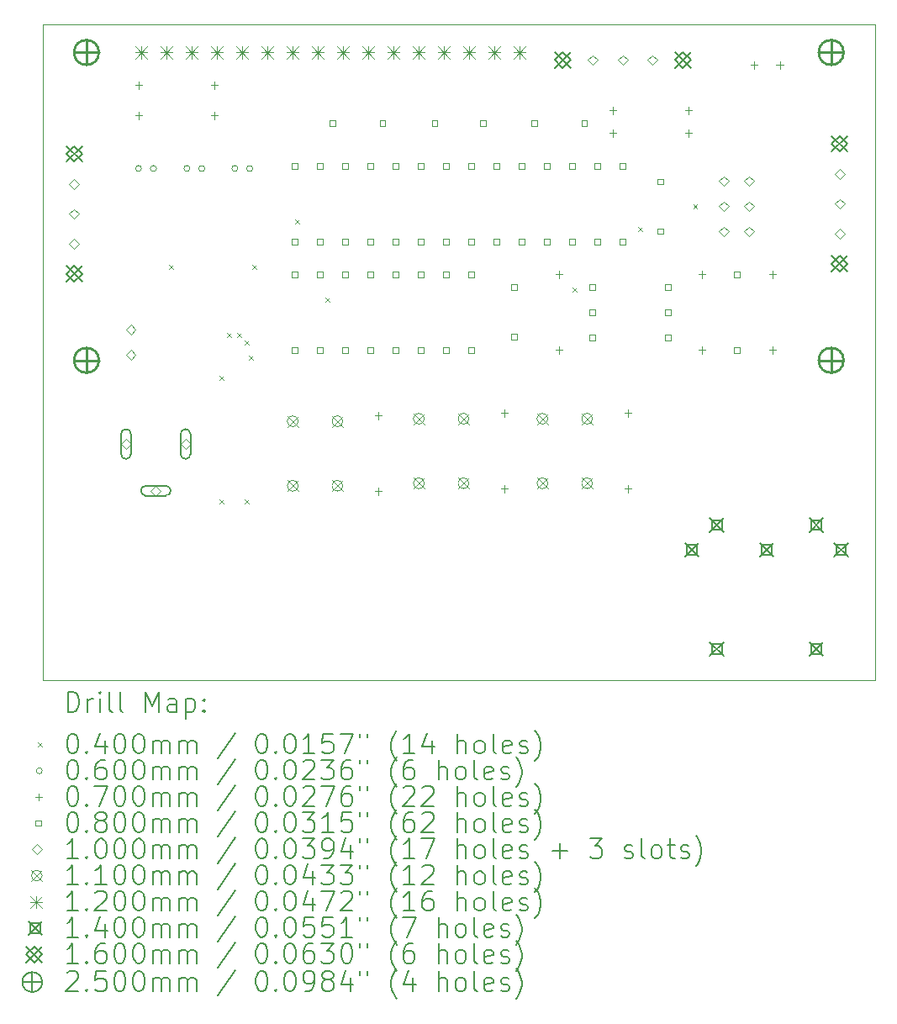
<source format=gbr>
%TF.GenerationSoftware,KiCad,Pcbnew,(6.0.7)*%
%TF.CreationDate,2022-08-13T21:25:03+02:00*%
%TF.ProjectId,SD_interrupter,53445f69-6e74-4657-9272-75707465722e,rev?*%
%TF.SameCoordinates,Original*%
%TF.FileFunction,Drillmap*%
%TF.FilePolarity,Positive*%
%FSLAX45Y45*%
G04 Gerber Fmt 4.5, Leading zero omitted, Abs format (unit mm)*
G04 Created by KiCad (PCBNEW (6.0.7)) date 2022-08-13 21:25:03*
%MOMM*%
%LPD*%
G01*
G04 APERTURE LIST*
%ADD10C,0.100000*%
%ADD11C,0.200000*%
%ADD12C,0.040000*%
%ADD13C,0.060000*%
%ADD14C,0.070000*%
%ADD15C,0.080000*%
%ADD16C,0.110000*%
%ADD17C,0.120000*%
%ADD18C,0.140000*%
%ADD19C,0.160000*%
%ADD20C,0.250000*%
G04 APERTURE END LIST*
D10*
X2159000Y-2514600D02*
X10541000Y-2514600D01*
X10541000Y-2514600D02*
X10541000Y-9118600D01*
X10541000Y-9118600D02*
X2159000Y-9118600D01*
X2159000Y-9118600D02*
X2159000Y-2514600D01*
D11*
D12*
X3434400Y-4933000D02*
X3474400Y-4973000D01*
X3474400Y-4933000D02*
X3434400Y-4973000D01*
X3942400Y-6050600D02*
X3982400Y-6090600D01*
X3982400Y-6050600D02*
X3942400Y-6090600D01*
X3942400Y-7295200D02*
X3982400Y-7335200D01*
X3982400Y-7295200D02*
X3942400Y-7335200D01*
X4018600Y-5618800D02*
X4058600Y-5658800D01*
X4058600Y-5618800D02*
X4018600Y-5658800D01*
X4120200Y-5618800D02*
X4160200Y-5658800D01*
X4160200Y-5618800D02*
X4120200Y-5658800D01*
X4196400Y-5695000D02*
X4236400Y-5735000D01*
X4236400Y-5695000D02*
X4196400Y-5735000D01*
X4196400Y-7295200D02*
X4236400Y-7335200D01*
X4236400Y-7295200D02*
X4196400Y-7335200D01*
X4238250Y-5847400D02*
X4278250Y-5887400D01*
X4278250Y-5847400D02*
X4238250Y-5887400D01*
X4272600Y-4933000D02*
X4312600Y-4973000D01*
X4312600Y-4933000D02*
X4272600Y-4973000D01*
X4704400Y-4475800D02*
X4744400Y-4515800D01*
X4744400Y-4475800D02*
X4704400Y-4515800D01*
X5009200Y-5263200D02*
X5049200Y-5303200D01*
X5049200Y-5263200D02*
X5009200Y-5303200D01*
X7498400Y-5161600D02*
X7538400Y-5201600D01*
X7538400Y-5161600D02*
X7498400Y-5201600D01*
X8158800Y-4552000D02*
X8198800Y-4592000D01*
X8198800Y-4552000D02*
X8158800Y-4592000D01*
X8710002Y-4323050D02*
X8750002Y-4363050D01*
X8750002Y-4323050D02*
X8710002Y-4363050D01*
D13*
X3154200Y-3962400D02*
G75*
G03*
X3154200Y-3962400I-30000J0D01*
G01*
X3304200Y-3962400D02*
G75*
G03*
X3304200Y-3962400I-30000J0D01*
G01*
X3640740Y-3962400D02*
G75*
G03*
X3640740Y-3962400I-30000J0D01*
G01*
X3790740Y-3962400D02*
G75*
G03*
X3790740Y-3962400I-30000J0D01*
G01*
X4123340Y-3962400D02*
G75*
G03*
X4123340Y-3962400I-30000J0D01*
G01*
X4273340Y-3962400D02*
G75*
G03*
X4273340Y-3962400I-30000J0D01*
G01*
D14*
X3124200Y-3089200D02*
X3124200Y-3159200D01*
X3089200Y-3124200D02*
X3159200Y-3124200D01*
X3124200Y-3394000D02*
X3124200Y-3464000D01*
X3089200Y-3429000D02*
X3159200Y-3429000D01*
X3886200Y-3089200D02*
X3886200Y-3159200D01*
X3851200Y-3124200D02*
X3921200Y-3124200D01*
X3886200Y-3394000D02*
X3886200Y-3464000D01*
X3851200Y-3429000D02*
X3921200Y-3429000D01*
X5537200Y-6416600D02*
X5537200Y-6486600D01*
X5502200Y-6451600D02*
X5572200Y-6451600D01*
X5537200Y-7178600D02*
X5537200Y-7248600D01*
X5502200Y-7213600D02*
X5572200Y-7213600D01*
X6807200Y-6391200D02*
X6807200Y-6461200D01*
X6772200Y-6426200D02*
X6842200Y-6426200D01*
X6807200Y-7153200D02*
X6807200Y-7223200D01*
X6772200Y-7188200D02*
X6842200Y-7188200D01*
X7357120Y-4994200D02*
X7357120Y-5064200D01*
X7322120Y-5029200D02*
X7392120Y-5029200D01*
X7357120Y-5756200D02*
X7357120Y-5826200D01*
X7322120Y-5791200D02*
X7392120Y-5791200D01*
X7899400Y-3343200D02*
X7899400Y-3413200D01*
X7864400Y-3378200D02*
X7934400Y-3378200D01*
X7899400Y-3571800D02*
X7899400Y-3641800D01*
X7864400Y-3606800D02*
X7934400Y-3606800D01*
X8051800Y-6391200D02*
X8051800Y-6461200D01*
X8016800Y-6426200D02*
X8086800Y-6426200D01*
X8051800Y-7153200D02*
X8051800Y-7223200D01*
X8016800Y-7188200D02*
X8086800Y-7188200D01*
X8661400Y-3343200D02*
X8661400Y-3413200D01*
X8626400Y-3378200D02*
X8696400Y-3378200D01*
X8661400Y-3571800D02*
X8661400Y-3641800D01*
X8626400Y-3606800D02*
X8696400Y-3606800D01*
X8797280Y-4994200D02*
X8797280Y-5064200D01*
X8762280Y-5029200D02*
X8832280Y-5029200D01*
X8797280Y-5756200D02*
X8797280Y-5826200D01*
X8762280Y-5791200D02*
X8832280Y-5791200D01*
X9321763Y-2886000D02*
X9321763Y-2956000D01*
X9286763Y-2921000D02*
X9356763Y-2921000D01*
X9507440Y-4994200D02*
X9507440Y-5064200D01*
X9472440Y-5029200D02*
X9542440Y-5029200D01*
X9507440Y-5756200D02*
X9507440Y-5826200D01*
X9472440Y-5791200D02*
X9542440Y-5791200D01*
X9581763Y-2886000D02*
X9581763Y-2956000D01*
X9546763Y-2921000D02*
X9616763Y-2921000D01*
D15*
X4725785Y-5058485D02*
X4725785Y-5001916D01*
X4669216Y-5001916D01*
X4669216Y-5058485D01*
X4725785Y-5058485D01*
X4725785Y-5820484D02*
X4725785Y-5763915D01*
X4669216Y-5763915D01*
X4669216Y-5820484D01*
X4725785Y-5820484D01*
X4726285Y-3966284D02*
X4726285Y-3909715D01*
X4669716Y-3909715D01*
X4669716Y-3966284D01*
X4726285Y-3966284D01*
X4726285Y-4728285D02*
X4726285Y-4671716D01*
X4669716Y-4671716D01*
X4669716Y-4728285D01*
X4726285Y-4728285D01*
X4979785Y-5058485D02*
X4979785Y-5001916D01*
X4923216Y-5001916D01*
X4923216Y-5058485D01*
X4979785Y-5058485D01*
X4979785Y-5820484D02*
X4979785Y-5763915D01*
X4923216Y-5763915D01*
X4923216Y-5820484D01*
X4979785Y-5820484D01*
X4980285Y-3966284D02*
X4980285Y-3909715D01*
X4923716Y-3909715D01*
X4923716Y-3966284D01*
X4980285Y-3966284D01*
X4980285Y-4728285D02*
X4980285Y-4671716D01*
X4923716Y-4671716D01*
X4923716Y-4728285D01*
X4980285Y-4728285D01*
X5108285Y-3533484D02*
X5108285Y-3476915D01*
X5051716Y-3476915D01*
X5051716Y-3533484D01*
X5108285Y-3533484D01*
X5233785Y-5058485D02*
X5233785Y-5001916D01*
X5177216Y-5001916D01*
X5177216Y-5058485D01*
X5233785Y-5058485D01*
X5233785Y-5820484D02*
X5233785Y-5763915D01*
X5177216Y-5763915D01*
X5177216Y-5820484D01*
X5233785Y-5820484D01*
X5234285Y-3966284D02*
X5234285Y-3909715D01*
X5177716Y-3909715D01*
X5177716Y-3966284D01*
X5234285Y-3966284D01*
X5234285Y-4728285D02*
X5234285Y-4671716D01*
X5177716Y-4671716D01*
X5177716Y-4728285D01*
X5234285Y-4728285D01*
X5487785Y-5058485D02*
X5487785Y-5001916D01*
X5431216Y-5001916D01*
X5431216Y-5058485D01*
X5487785Y-5058485D01*
X5487785Y-5820484D02*
X5487785Y-5763915D01*
X5431216Y-5763915D01*
X5431216Y-5820484D01*
X5487785Y-5820484D01*
X5488285Y-3966284D02*
X5488285Y-3909715D01*
X5431716Y-3909715D01*
X5431716Y-3966284D01*
X5488285Y-3966284D01*
X5488285Y-4728285D02*
X5488285Y-4671716D01*
X5431716Y-4671716D01*
X5431716Y-4728285D01*
X5488285Y-4728285D01*
X5608284Y-3533484D02*
X5608284Y-3476915D01*
X5551716Y-3476915D01*
X5551716Y-3533484D01*
X5608284Y-3533484D01*
X5741784Y-5058485D02*
X5741784Y-5001916D01*
X5685215Y-5001916D01*
X5685215Y-5058485D01*
X5741784Y-5058485D01*
X5741784Y-5820484D02*
X5741784Y-5763915D01*
X5685215Y-5763915D01*
X5685215Y-5820484D01*
X5741784Y-5820484D01*
X5742284Y-3966284D02*
X5742284Y-3909715D01*
X5685715Y-3909715D01*
X5685715Y-3966284D01*
X5742284Y-3966284D01*
X5742284Y-4728285D02*
X5742284Y-4671716D01*
X5685715Y-4671716D01*
X5685715Y-4728285D01*
X5742284Y-4728285D01*
X5995784Y-5058485D02*
X5995784Y-5001916D01*
X5939215Y-5001916D01*
X5939215Y-5058485D01*
X5995784Y-5058485D01*
X5995784Y-5820484D02*
X5995784Y-5763915D01*
X5939215Y-5763915D01*
X5939215Y-5820484D01*
X5995784Y-5820484D01*
X5996284Y-3966284D02*
X5996284Y-3909715D01*
X5939715Y-3909715D01*
X5939715Y-3966284D01*
X5996284Y-3966284D01*
X5996284Y-4728285D02*
X5996284Y-4671716D01*
X5939715Y-4671716D01*
X5939715Y-4728285D01*
X5996284Y-4728285D01*
X6133284Y-3533484D02*
X6133284Y-3476915D01*
X6076715Y-3476915D01*
X6076715Y-3533484D01*
X6133284Y-3533484D01*
X6249784Y-5058485D02*
X6249784Y-5001916D01*
X6193215Y-5001916D01*
X6193215Y-5058485D01*
X6249784Y-5058485D01*
X6249784Y-5820484D02*
X6249784Y-5763915D01*
X6193215Y-5763915D01*
X6193215Y-5820484D01*
X6249784Y-5820484D01*
X6250284Y-3966284D02*
X6250284Y-3909715D01*
X6193715Y-3909715D01*
X6193715Y-3966284D01*
X6250284Y-3966284D01*
X6250284Y-4728285D02*
X6250284Y-4671716D01*
X6193715Y-4671716D01*
X6193715Y-4728285D01*
X6250284Y-4728285D01*
X6503784Y-5058485D02*
X6503784Y-5001916D01*
X6447215Y-5001916D01*
X6447215Y-5058485D01*
X6503784Y-5058485D01*
X6503784Y-5820484D02*
X6503784Y-5763915D01*
X6447215Y-5763915D01*
X6447215Y-5820484D01*
X6503784Y-5820484D01*
X6504284Y-3966284D02*
X6504284Y-3909715D01*
X6447715Y-3909715D01*
X6447715Y-3966284D01*
X6504284Y-3966284D01*
X6504284Y-4728285D02*
X6504284Y-4671716D01*
X6447715Y-4671716D01*
X6447715Y-4728285D01*
X6504284Y-4728285D01*
X6621284Y-3533484D02*
X6621284Y-3476915D01*
X6564715Y-3476915D01*
X6564715Y-3533484D01*
X6621284Y-3533484D01*
X6758284Y-3966284D02*
X6758284Y-3909715D01*
X6701715Y-3909715D01*
X6701715Y-3966284D01*
X6758284Y-3966284D01*
X6758284Y-4728285D02*
X6758284Y-4671716D01*
X6701715Y-4671716D01*
X6701715Y-4728285D01*
X6758284Y-4728285D01*
X6937084Y-5184485D02*
X6937084Y-5127916D01*
X6880515Y-5127916D01*
X6880515Y-5184485D01*
X6937084Y-5184485D01*
X6937084Y-5684484D02*
X6937084Y-5627915D01*
X6880515Y-5627915D01*
X6880515Y-5684484D01*
X6937084Y-5684484D01*
X7012284Y-3966284D02*
X7012284Y-3909715D01*
X6955715Y-3909715D01*
X6955715Y-3966284D01*
X7012284Y-3966284D01*
X7012284Y-4728285D02*
X7012284Y-4671716D01*
X6955715Y-4671716D01*
X6955715Y-4728285D01*
X7012284Y-4728285D01*
X7140284Y-3533484D02*
X7140284Y-3476915D01*
X7083715Y-3476915D01*
X7083715Y-3533484D01*
X7140284Y-3533484D01*
X7266284Y-3966284D02*
X7266284Y-3909715D01*
X7209715Y-3909715D01*
X7209715Y-3966284D01*
X7266284Y-3966284D01*
X7266284Y-4728285D02*
X7266284Y-4671716D01*
X7209715Y-4671716D01*
X7209715Y-4728285D01*
X7266284Y-4728285D01*
X7520284Y-3966284D02*
X7520284Y-3909715D01*
X7463715Y-3909715D01*
X7463715Y-3966284D01*
X7520284Y-3966284D01*
X7520284Y-4728285D02*
X7520284Y-4671716D01*
X7463715Y-4671716D01*
X7463715Y-4728285D01*
X7520284Y-4728285D01*
X7640284Y-3533484D02*
X7640284Y-3476915D01*
X7583715Y-3476915D01*
X7583715Y-3533484D01*
X7640284Y-3533484D01*
X7723484Y-5182985D02*
X7723484Y-5126416D01*
X7666915Y-5126416D01*
X7666915Y-5182985D01*
X7723484Y-5182985D01*
X7723484Y-5436985D02*
X7723484Y-5380416D01*
X7666915Y-5380416D01*
X7666915Y-5436985D01*
X7723484Y-5436985D01*
X7723484Y-5690984D02*
X7723484Y-5634415D01*
X7666915Y-5634415D01*
X7666915Y-5690984D01*
X7723484Y-5690984D01*
X7774284Y-3966284D02*
X7774284Y-3909715D01*
X7717715Y-3909715D01*
X7717715Y-3966284D01*
X7774284Y-3966284D01*
X7774284Y-4728285D02*
X7774284Y-4671716D01*
X7717715Y-4671716D01*
X7717715Y-4728285D01*
X7774284Y-4728285D01*
X8028284Y-3966284D02*
X8028284Y-3909715D01*
X7971715Y-3909715D01*
X7971715Y-3966284D01*
X8028284Y-3966284D01*
X8028284Y-4728285D02*
X8028284Y-4671716D01*
X7971715Y-4671716D01*
X7971715Y-4728285D01*
X8028284Y-4728285D01*
X8410285Y-4121684D02*
X8410285Y-4065115D01*
X8353715Y-4065115D01*
X8353715Y-4121684D01*
X8410285Y-4121684D01*
X8410285Y-4621685D02*
X8410285Y-4565116D01*
X8353715Y-4565116D01*
X8353715Y-4621685D01*
X8410285Y-4621685D01*
X8485485Y-5182985D02*
X8485485Y-5126416D01*
X8428916Y-5126416D01*
X8428916Y-5182985D01*
X8485485Y-5182985D01*
X8485485Y-5436985D02*
X8485485Y-5380416D01*
X8428916Y-5380416D01*
X8428916Y-5436985D01*
X8485485Y-5436985D01*
X8485485Y-5690984D02*
X8485485Y-5634415D01*
X8428916Y-5634415D01*
X8428916Y-5690984D01*
X8485485Y-5690984D01*
X9180645Y-5057485D02*
X9180645Y-5000916D01*
X9124076Y-5000916D01*
X9124076Y-5057485D01*
X9180645Y-5057485D01*
X9180645Y-5819484D02*
X9180645Y-5762915D01*
X9124076Y-5762915D01*
X9124076Y-5819484D01*
X9180645Y-5819484D01*
D10*
X2476500Y-4169600D02*
X2526500Y-4119600D01*
X2476500Y-4069600D01*
X2426500Y-4119600D01*
X2476500Y-4169600D01*
X2476500Y-4469600D02*
X2526500Y-4419600D01*
X2476500Y-4369600D01*
X2426500Y-4419600D01*
X2476500Y-4469600D01*
X2476500Y-4769600D02*
X2526500Y-4719600D01*
X2476500Y-4669600D01*
X2426500Y-4719600D01*
X2476500Y-4769600D01*
X2997200Y-6786850D02*
X3047200Y-6736850D01*
X2997200Y-6686850D01*
X2947200Y-6736850D01*
X2997200Y-6786850D01*
D11*
X2947200Y-6636850D02*
X2947200Y-6836850D01*
X3047200Y-6636850D02*
X3047200Y-6836850D01*
X2947200Y-6836850D02*
G75*
G03*
X3047200Y-6836850I50000J0D01*
G01*
X3047200Y-6636850D02*
G75*
G03*
X2947200Y-6636850I-50000J0D01*
G01*
D10*
X3045500Y-5636000D02*
X3095500Y-5586000D01*
X3045500Y-5536000D01*
X2995500Y-5586000D01*
X3045500Y-5636000D01*
X3045500Y-5890000D02*
X3095500Y-5840000D01*
X3045500Y-5790000D01*
X2995500Y-5840000D01*
X3045500Y-5890000D01*
X3297200Y-7256850D02*
X3347200Y-7206850D01*
X3297200Y-7156850D01*
X3247200Y-7206850D01*
X3297200Y-7256850D01*
D11*
X3197200Y-7256850D02*
X3397200Y-7256850D01*
X3197200Y-7156850D02*
X3397200Y-7156850D01*
X3397200Y-7256850D02*
G75*
G03*
X3397200Y-7156850I0J50000D01*
G01*
X3197200Y-7156850D02*
G75*
G03*
X3197200Y-7256850I0J-50000D01*
G01*
D10*
X3597200Y-6786850D02*
X3647200Y-6736850D01*
X3597200Y-6686850D01*
X3547200Y-6736850D01*
X3597200Y-6786850D01*
D11*
X3547200Y-6636850D02*
X3547200Y-6836850D01*
X3647200Y-6636850D02*
X3647200Y-6836850D01*
X3547200Y-6836850D02*
G75*
G03*
X3647200Y-6836850I50000J0D01*
G01*
X3647200Y-6636850D02*
G75*
G03*
X3547200Y-6636850I-50000J0D01*
G01*
D10*
X7701000Y-2920200D02*
X7751000Y-2870200D01*
X7701000Y-2820200D01*
X7651000Y-2870200D01*
X7701000Y-2920200D01*
X8001000Y-2920200D02*
X8051000Y-2870200D01*
X8001000Y-2820200D01*
X7951000Y-2870200D01*
X8001000Y-2920200D01*
X8301000Y-2920200D02*
X8351000Y-2870200D01*
X8301000Y-2820200D01*
X8251000Y-2870200D01*
X8301000Y-2920200D01*
X9017000Y-4139400D02*
X9067000Y-4089400D01*
X9017000Y-4039400D01*
X8967000Y-4089400D01*
X9017000Y-4139400D01*
X9017000Y-4393400D02*
X9067000Y-4343400D01*
X9017000Y-4293400D01*
X8967000Y-4343400D01*
X9017000Y-4393400D01*
X9017000Y-4647400D02*
X9067000Y-4597400D01*
X9017000Y-4547400D01*
X8967000Y-4597400D01*
X9017000Y-4647400D01*
X9271000Y-4139400D02*
X9321000Y-4089400D01*
X9271000Y-4039400D01*
X9221000Y-4089400D01*
X9271000Y-4139400D01*
X9271000Y-4393400D02*
X9321000Y-4343400D01*
X9271000Y-4293400D01*
X9221000Y-4343400D01*
X9271000Y-4393400D01*
X9271000Y-4647400D02*
X9321000Y-4597400D01*
X9271000Y-4547400D01*
X9221000Y-4597400D01*
X9271000Y-4647400D01*
X10185400Y-4068000D02*
X10235400Y-4018000D01*
X10185400Y-3968000D01*
X10135400Y-4018000D01*
X10185400Y-4068000D01*
X10185400Y-4368000D02*
X10235400Y-4318000D01*
X10185400Y-4268000D01*
X10135400Y-4318000D01*
X10185400Y-4368000D01*
X10185400Y-4668000D02*
X10235400Y-4618000D01*
X10185400Y-4568000D01*
X10135400Y-4618000D01*
X10185400Y-4668000D01*
D16*
X4622200Y-6452600D02*
X4732200Y-6562600D01*
X4732200Y-6452600D02*
X4622200Y-6562600D01*
X4732200Y-6507600D02*
G75*
G03*
X4732200Y-6507600I-55000J0D01*
G01*
X4622200Y-7102600D02*
X4732200Y-7212600D01*
X4732200Y-7102600D02*
X4622200Y-7212600D01*
X4732200Y-7157600D02*
G75*
G03*
X4732200Y-7157600I-55000J0D01*
G01*
X5072200Y-6452600D02*
X5182200Y-6562600D01*
X5182200Y-6452600D02*
X5072200Y-6562600D01*
X5182200Y-6507600D02*
G75*
G03*
X5182200Y-6507600I-55000J0D01*
G01*
X5072200Y-7102600D02*
X5182200Y-7212600D01*
X5182200Y-7102600D02*
X5072200Y-7212600D01*
X5182200Y-7157600D02*
G75*
G03*
X5182200Y-7157600I-55000J0D01*
G01*
X5892200Y-6427200D02*
X6002200Y-6537200D01*
X6002200Y-6427200D02*
X5892200Y-6537200D01*
X6002200Y-6482200D02*
G75*
G03*
X6002200Y-6482200I-55000J0D01*
G01*
X5892200Y-7077200D02*
X6002200Y-7187200D01*
X6002200Y-7077200D02*
X5892200Y-7187200D01*
X6002200Y-7132200D02*
G75*
G03*
X6002200Y-7132200I-55000J0D01*
G01*
X6342200Y-6427200D02*
X6452200Y-6537200D01*
X6452200Y-6427200D02*
X6342200Y-6537200D01*
X6452200Y-6482200D02*
G75*
G03*
X6452200Y-6482200I-55000J0D01*
G01*
X6342200Y-7077200D02*
X6452200Y-7187200D01*
X6452200Y-7077200D02*
X6342200Y-7187200D01*
X6452200Y-7132200D02*
G75*
G03*
X6452200Y-7132200I-55000J0D01*
G01*
X7136800Y-6427200D02*
X7246800Y-6537200D01*
X7246800Y-6427200D02*
X7136800Y-6537200D01*
X7246800Y-6482200D02*
G75*
G03*
X7246800Y-6482200I-55000J0D01*
G01*
X7136800Y-7077200D02*
X7246800Y-7187200D01*
X7246800Y-7077200D02*
X7136800Y-7187200D01*
X7246800Y-7132200D02*
G75*
G03*
X7246800Y-7132200I-55000J0D01*
G01*
X7586800Y-6427200D02*
X7696800Y-6537200D01*
X7696800Y-6427200D02*
X7586800Y-6537200D01*
X7696800Y-6482200D02*
G75*
G03*
X7696800Y-6482200I-55000J0D01*
G01*
X7586800Y-7077200D02*
X7696800Y-7187200D01*
X7696800Y-7077200D02*
X7586800Y-7187200D01*
X7696800Y-7132200D02*
G75*
G03*
X7696800Y-7132200I-55000J0D01*
G01*
D17*
X3089600Y-2734000D02*
X3209600Y-2854000D01*
X3209600Y-2734000D02*
X3089600Y-2854000D01*
X3149600Y-2734000D02*
X3149600Y-2854000D01*
X3089600Y-2794000D02*
X3209600Y-2794000D01*
X3343600Y-2734000D02*
X3463600Y-2854000D01*
X3463600Y-2734000D02*
X3343600Y-2854000D01*
X3403600Y-2734000D02*
X3403600Y-2854000D01*
X3343600Y-2794000D02*
X3463600Y-2794000D01*
X3597600Y-2734000D02*
X3717600Y-2854000D01*
X3717600Y-2734000D02*
X3597600Y-2854000D01*
X3657600Y-2734000D02*
X3657600Y-2854000D01*
X3597600Y-2794000D02*
X3717600Y-2794000D01*
X3851600Y-2734000D02*
X3971600Y-2854000D01*
X3971600Y-2734000D02*
X3851600Y-2854000D01*
X3911600Y-2734000D02*
X3911600Y-2854000D01*
X3851600Y-2794000D02*
X3971600Y-2794000D01*
X4105600Y-2734000D02*
X4225600Y-2854000D01*
X4225600Y-2734000D02*
X4105600Y-2854000D01*
X4165600Y-2734000D02*
X4165600Y-2854000D01*
X4105600Y-2794000D02*
X4225600Y-2794000D01*
X4359600Y-2734000D02*
X4479600Y-2854000D01*
X4479600Y-2734000D02*
X4359600Y-2854000D01*
X4419600Y-2734000D02*
X4419600Y-2854000D01*
X4359600Y-2794000D02*
X4479600Y-2794000D01*
X4613600Y-2734000D02*
X4733600Y-2854000D01*
X4733600Y-2734000D02*
X4613600Y-2854000D01*
X4673600Y-2734000D02*
X4673600Y-2854000D01*
X4613600Y-2794000D02*
X4733600Y-2794000D01*
X4867600Y-2734000D02*
X4987600Y-2854000D01*
X4987600Y-2734000D02*
X4867600Y-2854000D01*
X4927600Y-2734000D02*
X4927600Y-2854000D01*
X4867600Y-2794000D02*
X4987600Y-2794000D01*
X5121600Y-2734000D02*
X5241600Y-2854000D01*
X5241600Y-2734000D02*
X5121600Y-2854000D01*
X5181600Y-2734000D02*
X5181600Y-2854000D01*
X5121600Y-2794000D02*
X5241600Y-2794000D01*
X5375600Y-2734000D02*
X5495600Y-2854000D01*
X5495600Y-2734000D02*
X5375600Y-2854000D01*
X5435600Y-2734000D02*
X5435600Y-2854000D01*
X5375600Y-2794000D02*
X5495600Y-2794000D01*
X5629600Y-2734000D02*
X5749600Y-2854000D01*
X5749600Y-2734000D02*
X5629600Y-2854000D01*
X5689600Y-2734000D02*
X5689600Y-2854000D01*
X5629600Y-2794000D02*
X5749600Y-2794000D01*
X5883600Y-2734000D02*
X6003600Y-2854000D01*
X6003600Y-2734000D02*
X5883600Y-2854000D01*
X5943600Y-2734000D02*
X5943600Y-2854000D01*
X5883600Y-2794000D02*
X6003600Y-2794000D01*
X6137600Y-2734000D02*
X6257600Y-2854000D01*
X6257600Y-2734000D02*
X6137600Y-2854000D01*
X6197600Y-2734000D02*
X6197600Y-2854000D01*
X6137600Y-2794000D02*
X6257600Y-2794000D01*
X6391600Y-2734000D02*
X6511600Y-2854000D01*
X6511600Y-2734000D02*
X6391600Y-2854000D01*
X6451600Y-2734000D02*
X6451600Y-2854000D01*
X6391600Y-2794000D02*
X6511600Y-2794000D01*
X6645600Y-2734000D02*
X6765600Y-2854000D01*
X6765600Y-2734000D02*
X6645600Y-2854000D01*
X6705600Y-2734000D02*
X6705600Y-2854000D01*
X6645600Y-2794000D02*
X6765600Y-2794000D01*
X6899600Y-2734000D02*
X7019600Y-2854000D01*
X7019600Y-2734000D02*
X6899600Y-2854000D01*
X6959600Y-2734000D02*
X6959600Y-2854000D01*
X6899600Y-2794000D02*
X7019600Y-2794000D01*
D18*
X8628800Y-7732600D02*
X8768800Y-7872600D01*
X8768800Y-7732600D02*
X8628800Y-7872600D01*
X8748298Y-7852098D02*
X8748298Y-7753102D01*
X8649302Y-7753102D01*
X8649302Y-7852098D01*
X8748298Y-7852098D01*
X8878800Y-7482600D02*
X9018800Y-7622600D01*
X9018800Y-7482600D02*
X8878800Y-7622600D01*
X8998298Y-7602098D02*
X8998298Y-7503102D01*
X8899302Y-7503102D01*
X8899302Y-7602098D01*
X8998298Y-7602098D01*
X8878800Y-8732600D02*
X9018800Y-8872600D01*
X9018800Y-8732600D02*
X8878800Y-8872600D01*
X8998298Y-8852098D02*
X8998298Y-8753102D01*
X8899302Y-8753102D01*
X8899302Y-8852098D01*
X8998298Y-8852098D01*
X9378800Y-7732600D02*
X9518800Y-7872600D01*
X9518800Y-7732600D02*
X9378800Y-7872600D01*
X9498298Y-7852098D02*
X9498298Y-7753102D01*
X9399302Y-7753102D01*
X9399302Y-7852098D01*
X9498298Y-7852098D01*
X9878800Y-7482600D02*
X10018800Y-7622600D01*
X10018800Y-7482600D02*
X9878800Y-7622600D01*
X9998298Y-7602098D02*
X9998298Y-7503102D01*
X9899302Y-7503102D01*
X9899302Y-7602098D01*
X9998298Y-7602098D01*
X9878800Y-8732600D02*
X10018800Y-8872600D01*
X10018800Y-8732600D02*
X9878800Y-8872600D01*
X9998298Y-8852098D02*
X9998298Y-8753102D01*
X9899302Y-8753102D01*
X9899302Y-8852098D01*
X9998298Y-8852098D01*
X10128800Y-7732600D02*
X10268800Y-7872600D01*
X10268800Y-7732600D02*
X10128800Y-7872600D01*
X10248298Y-7852098D02*
X10248298Y-7753102D01*
X10149302Y-7753102D01*
X10149302Y-7852098D01*
X10248298Y-7852098D01*
D19*
X2396500Y-3734600D02*
X2556500Y-3894600D01*
X2556500Y-3734600D02*
X2396500Y-3894600D01*
X2476500Y-3894600D02*
X2556500Y-3814600D01*
X2476500Y-3734600D01*
X2396500Y-3814600D01*
X2476500Y-3894600D01*
X2396500Y-4944600D02*
X2556500Y-5104600D01*
X2556500Y-4944600D02*
X2396500Y-5104600D01*
X2476500Y-5104600D02*
X2556500Y-5024600D01*
X2476500Y-4944600D01*
X2396500Y-5024600D01*
X2476500Y-5104600D01*
X7316000Y-2790200D02*
X7476000Y-2950200D01*
X7476000Y-2790200D02*
X7316000Y-2950200D01*
X7396000Y-2950200D02*
X7476000Y-2870200D01*
X7396000Y-2790200D01*
X7316000Y-2870200D01*
X7396000Y-2950200D01*
X8526000Y-2790200D02*
X8686000Y-2950200D01*
X8686000Y-2790200D02*
X8526000Y-2950200D01*
X8606000Y-2950200D02*
X8686000Y-2870200D01*
X8606000Y-2790200D01*
X8526000Y-2870200D01*
X8606000Y-2950200D01*
X10105400Y-3633000D02*
X10265400Y-3793000D01*
X10265400Y-3633000D02*
X10105400Y-3793000D01*
X10185400Y-3793000D02*
X10265400Y-3713000D01*
X10185400Y-3633000D01*
X10105400Y-3713000D01*
X10185400Y-3793000D01*
X10105400Y-4843000D02*
X10265400Y-5003000D01*
X10265400Y-4843000D02*
X10105400Y-5003000D01*
X10185400Y-5003000D02*
X10265400Y-4923000D01*
X10185400Y-4843000D01*
X10105400Y-4923000D01*
X10185400Y-5003000D01*
D20*
X2599690Y-2669000D02*
X2599690Y-2919000D01*
X2474690Y-2794000D02*
X2724690Y-2794000D01*
X2724690Y-2794000D02*
G75*
G03*
X2724690Y-2794000I-125000J0D01*
G01*
X2599690Y-5769070D02*
X2599690Y-6019070D01*
X2474690Y-5894070D02*
X2724690Y-5894070D01*
X2724690Y-5894070D02*
G75*
G03*
X2724690Y-5894070I-125000J0D01*
G01*
X10099548Y-5769070D02*
X10099548Y-6019070D01*
X9974548Y-5894070D02*
X10224548Y-5894070D01*
X10224548Y-5894070D02*
G75*
G03*
X10224548Y-5894070I-125000J0D01*
G01*
X10099600Y-2669000D02*
X10099600Y-2919000D01*
X9974600Y-2794000D02*
X10224600Y-2794000D01*
X10224600Y-2794000D02*
G75*
G03*
X10224600Y-2794000I-125000J0D01*
G01*
D11*
X2411619Y-9434076D02*
X2411619Y-9234076D01*
X2459238Y-9234076D01*
X2487810Y-9243600D01*
X2506857Y-9262648D01*
X2516381Y-9281695D01*
X2525905Y-9319790D01*
X2525905Y-9348362D01*
X2516381Y-9386457D01*
X2506857Y-9405505D01*
X2487810Y-9424552D01*
X2459238Y-9434076D01*
X2411619Y-9434076D01*
X2611619Y-9434076D02*
X2611619Y-9300743D01*
X2611619Y-9338838D02*
X2621143Y-9319790D01*
X2630667Y-9310267D01*
X2649714Y-9300743D01*
X2668762Y-9300743D01*
X2735429Y-9434076D02*
X2735429Y-9300743D01*
X2735429Y-9234076D02*
X2725905Y-9243600D01*
X2735429Y-9253124D01*
X2744952Y-9243600D01*
X2735429Y-9234076D01*
X2735429Y-9253124D01*
X2859238Y-9434076D02*
X2840190Y-9424552D01*
X2830667Y-9405505D01*
X2830667Y-9234076D01*
X2964000Y-9434076D02*
X2944952Y-9424552D01*
X2935428Y-9405505D01*
X2935428Y-9234076D01*
X3192571Y-9434076D02*
X3192571Y-9234076D01*
X3259238Y-9376933D01*
X3325905Y-9234076D01*
X3325905Y-9434076D01*
X3506857Y-9434076D02*
X3506857Y-9329314D01*
X3497333Y-9310267D01*
X3478286Y-9300743D01*
X3440190Y-9300743D01*
X3421143Y-9310267D01*
X3506857Y-9424552D02*
X3487809Y-9434076D01*
X3440190Y-9434076D01*
X3421143Y-9424552D01*
X3411619Y-9405505D01*
X3411619Y-9386457D01*
X3421143Y-9367410D01*
X3440190Y-9357886D01*
X3487809Y-9357886D01*
X3506857Y-9348362D01*
X3602095Y-9300743D02*
X3602095Y-9500743D01*
X3602095Y-9310267D02*
X3621143Y-9300743D01*
X3659238Y-9300743D01*
X3678286Y-9310267D01*
X3687809Y-9319790D01*
X3697333Y-9338838D01*
X3697333Y-9395981D01*
X3687809Y-9415029D01*
X3678286Y-9424552D01*
X3659238Y-9434076D01*
X3621143Y-9434076D01*
X3602095Y-9424552D01*
X3783048Y-9415029D02*
X3792571Y-9424552D01*
X3783048Y-9434076D01*
X3773524Y-9424552D01*
X3783048Y-9415029D01*
X3783048Y-9434076D01*
X3783048Y-9310267D02*
X3792571Y-9319790D01*
X3783048Y-9329314D01*
X3773524Y-9319790D01*
X3783048Y-9310267D01*
X3783048Y-9329314D01*
D12*
X2114000Y-9743600D02*
X2154000Y-9783600D01*
X2154000Y-9743600D02*
X2114000Y-9783600D01*
D11*
X2449714Y-9654076D02*
X2468762Y-9654076D01*
X2487810Y-9663600D01*
X2497333Y-9673124D01*
X2506857Y-9692171D01*
X2516381Y-9730267D01*
X2516381Y-9777886D01*
X2506857Y-9815981D01*
X2497333Y-9835029D01*
X2487810Y-9844552D01*
X2468762Y-9854076D01*
X2449714Y-9854076D01*
X2430667Y-9844552D01*
X2421143Y-9835029D01*
X2411619Y-9815981D01*
X2402095Y-9777886D01*
X2402095Y-9730267D01*
X2411619Y-9692171D01*
X2421143Y-9673124D01*
X2430667Y-9663600D01*
X2449714Y-9654076D01*
X2602095Y-9835029D02*
X2611619Y-9844552D01*
X2602095Y-9854076D01*
X2592571Y-9844552D01*
X2602095Y-9835029D01*
X2602095Y-9854076D01*
X2783048Y-9720743D02*
X2783048Y-9854076D01*
X2735429Y-9644552D02*
X2687810Y-9787410D01*
X2811619Y-9787410D01*
X2925905Y-9654076D02*
X2944952Y-9654076D01*
X2964000Y-9663600D01*
X2973524Y-9673124D01*
X2983048Y-9692171D01*
X2992571Y-9730267D01*
X2992571Y-9777886D01*
X2983048Y-9815981D01*
X2973524Y-9835029D01*
X2964000Y-9844552D01*
X2944952Y-9854076D01*
X2925905Y-9854076D01*
X2906857Y-9844552D01*
X2897333Y-9835029D01*
X2887809Y-9815981D01*
X2878286Y-9777886D01*
X2878286Y-9730267D01*
X2887809Y-9692171D01*
X2897333Y-9673124D01*
X2906857Y-9663600D01*
X2925905Y-9654076D01*
X3116381Y-9654076D02*
X3135428Y-9654076D01*
X3154476Y-9663600D01*
X3164000Y-9673124D01*
X3173524Y-9692171D01*
X3183048Y-9730267D01*
X3183048Y-9777886D01*
X3173524Y-9815981D01*
X3164000Y-9835029D01*
X3154476Y-9844552D01*
X3135428Y-9854076D01*
X3116381Y-9854076D01*
X3097333Y-9844552D01*
X3087809Y-9835029D01*
X3078286Y-9815981D01*
X3068762Y-9777886D01*
X3068762Y-9730267D01*
X3078286Y-9692171D01*
X3087809Y-9673124D01*
X3097333Y-9663600D01*
X3116381Y-9654076D01*
X3268762Y-9854076D02*
X3268762Y-9720743D01*
X3268762Y-9739790D02*
X3278286Y-9730267D01*
X3297333Y-9720743D01*
X3325905Y-9720743D01*
X3344952Y-9730267D01*
X3354476Y-9749314D01*
X3354476Y-9854076D01*
X3354476Y-9749314D02*
X3364000Y-9730267D01*
X3383048Y-9720743D01*
X3411619Y-9720743D01*
X3430667Y-9730267D01*
X3440190Y-9749314D01*
X3440190Y-9854076D01*
X3535428Y-9854076D02*
X3535428Y-9720743D01*
X3535428Y-9739790D02*
X3544952Y-9730267D01*
X3564000Y-9720743D01*
X3592571Y-9720743D01*
X3611619Y-9730267D01*
X3621143Y-9749314D01*
X3621143Y-9854076D01*
X3621143Y-9749314D02*
X3630667Y-9730267D01*
X3649714Y-9720743D01*
X3678286Y-9720743D01*
X3697333Y-9730267D01*
X3706857Y-9749314D01*
X3706857Y-9854076D01*
X4097333Y-9644552D02*
X3925905Y-9901695D01*
X4354476Y-9654076D02*
X4373524Y-9654076D01*
X4392571Y-9663600D01*
X4402095Y-9673124D01*
X4411619Y-9692171D01*
X4421143Y-9730267D01*
X4421143Y-9777886D01*
X4411619Y-9815981D01*
X4402095Y-9835029D01*
X4392571Y-9844552D01*
X4373524Y-9854076D01*
X4354476Y-9854076D01*
X4335429Y-9844552D01*
X4325905Y-9835029D01*
X4316381Y-9815981D01*
X4306857Y-9777886D01*
X4306857Y-9730267D01*
X4316381Y-9692171D01*
X4325905Y-9673124D01*
X4335429Y-9663600D01*
X4354476Y-9654076D01*
X4506857Y-9835029D02*
X4516381Y-9844552D01*
X4506857Y-9854076D01*
X4497333Y-9844552D01*
X4506857Y-9835029D01*
X4506857Y-9854076D01*
X4640190Y-9654076D02*
X4659238Y-9654076D01*
X4678286Y-9663600D01*
X4687810Y-9673124D01*
X4697333Y-9692171D01*
X4706857Y-9730267D01*
X4706857Y-9777886D01*
X4697333Y-9815981D01*
X4687810Y-9835029D01*
X4678286Y-9844552D01*
X4659238Y-9854076D01*
X4640190Y-9854076D01*
X4621143Y-9844552D01*
X4611619Y-9835029D01*
X4602095Y-9815981D01*
X4592571Y-9777886D01*
X4592571Y-9730267D01*
X4602095Y-9692171D01*
X4611619Y-9673124D01*
X4621143Y-9663600D01*
X4640190Y-9654076D01*
X4897333Y-9854076D02*
X4783048Y-9854076D01*
X4840190Y-9854076D02*
X4840190Y-9654076D01*
X4821143Y-9682648D01*
X4802095Y-9701695D01*
X4783048Y-9711219D01*
X5078286Y-9654076D02*
X4983048Y-9654076D01*
X4973524Y-9749314D01*
X4983048Y-9739790D01*
X5002095Y-9730267D01*
X5049714Y-9730267D01*
X5068762Y-9739790D01*
X5078286Y-9749314D01*
X5087810Y-9768362D01*
X5087810Y-9815981D01*
X5078286Y-9835029D01*
X5068762Y-9844552D01*
X5049714Y-9854076D01*
X5002095Y-9854076D01*
X4983048Y-9844552D01*
X4973524Y-9835029D01*
X5154476Y-9654076D02*
X5287810Y-9654076D01*
X5202095Y-9854076D01*
X5354476Y-9654076D02*
X5354476Y-9692171D01*
X5430667Y-9654076D02*
X5430667Y-9692171D01*
X5725905Y-9930267D02*
X5716381Y-9920743D01*
X5697333Y-9892171D01*
X5687809Y-9873124D01*
X5678286Y-9844552D01*
X5668762Y-9796933D01*
X5668762Y-9758838D01*
X5678286Y-9711219D01*
X5687809Y-9682648D01*
X5697333Y-9663600D01*
X5716381Y-9635029D01*
X5725905Y-9625505D01*
X5906857Y-9854076D02*
X5792571Y-9854076D01*
X5849714Y-9854076D02*
X5849714Y-9654076D01*
X5830667Y-9682648D01*
X5811619Y-9701695D01*
X5792571Y-9711219D01*
X6078286Y-9720743D02*
X6078286Y-9854076D01*
X6030667Y-9644552D02*
X5983048Y-9787410D01*
X6106857Y-9787410D01*
X6335428Y-9854076D02*
X6335428Y-9654076D01*
X6421143Y-9854076D02*
X6421143Y-9749314D01*
X6411619Y-9730267D01*
X6392571Y-9720743D01*
X6364000Y-9720743D01*
X6344952Y-9730267D01*
X6335428Y-9739790D01*
X6544952Y-9854076D02*
X6525905Y-9844552D01*
X6516381Y-9835029D01*
X6506857Y-9815981D01*
X6506857Y-9758838D01*
X6516381Y-9739790D01*
X6525905Y-9730267D01*
X6544952Y-9720743D01*
X6573524Y-9720743D01*
X6592571Y-9730267D01*
X6602095Y-9739790D01*
X6611619Y-9758838D01*
X6611619Y-9815981D01*
X6602095Y-9835029D01*
X6592571Y-9844552D01*
X6573524Y-9854076D01*
X6544952Y-9854076D01*
X6725905Y-9854076D02*
X6706857Y-9844552D01*
X6697333Y-9825505D01*
X6697333Y-9654076D01*
X6878286Y-9844552D02*
X6859238Y-9854076D01*
X6821143Y-9854076D01*
X6802095Y-9844552D01*
X6792571Y-9825505D01*
X6792571Y-9749314D01*
X6802095Y-9730267D01*
X6821143Y-9720743D01*
X6859238Y-9720743D01*
X6878286Y-9730267D01*
X6887809Y-9749314D01*
X6887809Y-9768362D01*
X6792571Y-9787410D01*
X6964000Y-9844552D02*
X6983048Y-9854076D01*
X7021143Y-9854076D01*
X7040190Y-9844552D01*
X7049714Y-9825505D01*
X7049714Y-9815981D01*
X7040190Y-9796933D01*
X7021143Y-9787410D01*
X6992571Y-9787410D01*
X6973524Y-9777886D01*
X6964000Y-9758838D01*
X6964000Y-9749314D01*
X6973524Y-9730267D01*
X6992571Y-9720743D01*
X7021143Y-9720743D01*
X7040190Y-9730267D01*
X7116381Y-9930267D02*
X7125905Y-9920743D01*
X7144952Y-9892171D01*
X7154476Y-9873124D01*
X7164000Y-9844552D01*
X7173524Y-9796933D01*
X7173524Y-9758838D01*
X7164000Y-9711219D01*
X7154476Y-9682648D01*
X7144952Y-9663600D01*
X7125905Y-9635029D01*
X7116381Y-9625505D01*
D13*
X2154000Y-10027600D02*
G75*
G03*
X2154000Y-10027600I-30000J0D01*
G01*
D11*
X2449714Y-9918076D02*
X2468762Y-9918076D01*
X2487810Y-9927600D01*
X2497333Y-9937124D01*
X2506857Y-9956171D01*
X2516381Y-9994267D01*
X2516381Y-10041886D01*
X2506857Y-10079981D01*
X2497333Y-10099029D01*
X2487810Y-10108552D01*
X2468762Y-10118076D01*
X2449714Y-10118076D01*
X2430667Y-10108552D01*
X2421143Y-10099029D01*
X2411619Y-10079981D01*
X2402095Y-10041886D01*
X2402095Y-9994267D01*
X2411619Y-9956171D01*
X2421143Y-9937124D01*
X2430667Y-9927600D01*
X2449714Y-9918076D01*
X2602095Y-10099029D02*
X2611619Y-10108552D01*
X2602095Y-10118076D01*
X2592571Y-10108552D01*
X2602095Y-10099029D01*
X2602095Y-10118076D01*
X2783048Y-9918076D02*
X2744952Y-9918076D01*
X2725905Y-9927600D01*
X2716381Y-9937124D01*
X2697333Y-9965695D01*
X2687810Y-10003790D01*
X2687810Y-10079981D01*
X2697333Y-10099029D01*
X2706857Y-10108552D01*
X2725905Y-10118076D01*
X2764000Y-10118076D01*
X2783048Y-10108552D01*
X2792571Y-10099029D01*
X2802095Y-10079981D01*
X2802095Y-10032362D01*
X2792571Y-10013314D01*
X2783048Y-10003790D01*
X2764000Y-9994267D01*
X2725905Y-9994267D01*
X2706857Y-10003790D01*
X2697333Y-10013314D01*
X2687810Y-10032362D01*
X2925905Y-9918076D02*
X2944952Y-9918076D01*
X2964000Y-9927600D01*
X2973524Y-9937124D01*
X2983048Y-9956171D01*
X2992571Y-9994267D01*
X2992571Y-10041886D01*
X2983048Y-10079981D01*
X2973524Y-10099029D01*
X2964000Y-10108552D01*
X2944952Y-10118076D01*
X2925905Y-10118076D01*
X2906857Y-10108552D01*
X2897333Y-10099029D01*
X2887809Y-10079981D01*
X2878286Y-10041886D01*
X2878286Y-9994267D01*
X2887809Y-9956171D01*
X2897333Y-9937124D01*
X2906857Y-9927600D01*
X2925905Y-9918076D01*
X3116381Y-9918076D02*
X3135428Y-9918076D01*
X3154476Y-9927600D01*
X3164000Y-9937124D01*
X3173524Y-9956171D01*
X3183048Y-9994267D01*
X3183048Y-10041886D01*
X3173524Y-10079981D01*
X3164000Y-10099029D01*
X3154476Y-10108552D01*
X3135428Y-10118076D01*
X3116381Y-10118076D01*
X3097333Y-10108552D01*
X3087809Y-10099029D01*
X3078286Y-10079981D01*
X3068762Y-10041886D01*
X3068762Y-9994267D01*
X3078286Y-9956171D01*
X3087809Y-9937124D01*
X3097333Y-9927600D01*
X3116381Y-9918076D01*
X3268762Y-10118076D02*
X3268762Y-9984743D01*
X3268762Y-10003790D02*
X3278286Y-9994267D01*
X3297333Y-9984743D01*
X3325905Y-9984743D01*
X3344952Y-9994267D01*
X3354476Y-10013314D01*
X3354476Y-10118076D01*
X3354476Y-10013314D02*
X3364000Y-9994267D01*
X3383048Y-9984743D01*
X3411619Y-9984743D01*
X3430667Y-9994267D01*
X3440190Y-10013314D01*
X3440190Y-10118076D01*
X3535428Y-10118076D02*
X3535428Y-9984743D01*
X3535428Y-10003790D02*
X3544952Y-9994267D01*
X3564000Y-9984743D01*
X3592571Y-9984743D01*
X3611619Y-9994267D01*
X3621143Y-10013314D01*
X3621143Y-10118076D01*
X3621143Y-10013314D02*
X3630667Y-9994267D01*
X3649714Y-9984743D01*
X3678286Y-9984743D01*
X3697333Y-9994267D01*
X3706857Y-10013314D01*
X3706857Y-10118076D01*
X4097333Y-9908552D02*
X3925905Y-10165695D01*
X4354476Y-9918076D02*
X4373524Y-9918076D01*
X4392571Y-9927600D01*
X4402095Y-9937124D01*
X4411619Y-9956171D01*
X4421143Y-9994267D01*
X4421143Y-10041886D01*
X4411619Y-10079981D01*
X4402095Y-10099029D01*
X4392571Y-10108552D01*
X4373524Y-10118076D01*
X4354476Y-10118076D01*
X4335429Y-10108552D01*
X4325905Y-10099029D01*
X4316381Y-10079981D01*
X4306857Y-10041886D01*
X4306857Y-9994267D01*
X4316381Y-9956171D01*
X4325905Y-9937124D01*
X4335429Y-9927600D01*
X4354476Y-9918076D01*
X4506857Y-10099029D02*
X4516381Y-10108552D01*
X4506857Y-10118076D01*
X4497333Y-10108552D01*
X4506857Y-10099029D01*
X4506857Y-10118076D01*
X4640190Y-9918076D02*
X4659238Y-9918076D01*
X4678286Y-9927600D01*
X4687810Y-9937124D01*
X4697333Y-9956171D01*
X4706857Y-9994267D01*
X4706857Y-10041886D01*
X4697333Y-10079981D01*
X4687810Y-10099029D01*
X4678286Y-10108552D01*
X4659238Y-10118076D01*
X4640190Y-10118076D01*
X4621143Y-10108552D01*
X4611619Y-10099029D01*
X4602095Y-10079981D01*
X4592571Y-10041886D01*
X4592571Y-9994267D01*
X4602095Y-9956171D01*
X4611619Y-9937124D01*
X4621143Y-9927600D01*
X4640190Y-9918076D01*
X4783048Y-9937124D02*
X4792571Y-9927600D01*
X4811619Y-9918076D01*
X4859238Y-9918076D01*
X4878286Y-9927600D01*
X4887810Y-9937124D01*
X4897333Y-9956171D01*
X4897333Y-9975219D01*
X4887810Y-10003790D01*
X4773524Y-10118076D01*
X4897333Y-10118076D01*
X4964000Y-9918076D02*
X5087810Y-9918076D01*
X5021143Y-9994267D01*
X5049714Y-9994267D01*
X5068762Y-10003790D01*
X5078286Y-10013314D01*
X5087810Y-10032362D01*
X5087810Y-10079981D01*
X5078286Y-10099029D01*
X5068762Y-10108552D01*
X5049714Y-10118076D01*
X4992571Y-10118076D01*
X4973524Y-10108552D01*
X4964000Y-10099029D01*
X5259238Y-9918076D02*
X5221143Y-9918076D01*
X5202095Y-9927600D01*
X5192571Y-9937124D01*
X5173524Y-9965695D01*
X5164000Y-10003790D01*
X5164000Y-10079981D01*
X5173524Y-10099029D01*
X5183048Y-10108552D01*
X5202095Y-10118076D01*
X5240190Y-10118076D01*
X5259238Y-10108552D01*
X5268762Y-10099029D01*
X5278286Y-10079981D01*
X5278286Y-10032362D01*
X5268762Y-10013314D01*
X5259238Y-10003790D01*
X5240190Y-9994267D01*
X5202095Y-9994267D01*
X5183048Y-10003790D01*
X5173524Y-10013314D01*
X5164000Y-10032362D01*
X5354476Y-9918076D02*
X5354476Y-9956171D01*
X5430667Y-9918076D02*
X5430667Y-9956171D01*
X5725905Y-10194267D02*
X5716381Y-10184743D01*
X5697333Y-10156171D01*
X5687809Y-10137124D01*
X5678286Y-10108552D01*
X5668762Y-10060933D01*
X5668762Y-10022838D01*
X5678286Y-9975219D01*
X5687809Y-9946648D01*
X5697333Y-9927600D01*
X5716381Y-9899029D01*
X5725905Y-9889505D01*
X5887809Y-9918076D02*
X5849714Y-9918076D01*
X5830667Y-9927600D01*
X5821143Y-9937124D01*
X5802095Y-9965695D01*
X5792571Y-10003790D01*
X5792571Y-10079981D01*
X5802095Y-10099029D01*
X5811619Y-10108552D01*
X5830667Y-10118076D01*
X5868762Y-10118076D01*
X5887809Y-10108552D01*
X5897333Y-10099029D01*
X5906857Y-10079981D01*
X5906857Y-10032362D01*
X5897333Y-10013314D01*
X5887809Y-10003790D01*
X5868762Y-9994267D01*
X5830667Y-9994267D01*
X5811619Y-10003790D01*
X5802095Y-10013314D01*
X5792571Y-10032362D01*
X6144952Y-10118076D02*
X6144952Y-9918076D01*
X6230667Y-10118076D02*
X6230667Y-10013314D01*
X6221143Y-9994267D01*
X6202095Y-9984743D01*
X6173524Y-9984743D01*
X6154476Y-9994267D01*
X6144952Y-10003790D01*
X6354476Y-10118076D02*
X6335428Y-10108552D01*
X6325905Y-10099029D01*
X6316381Y-10079981D01*
X6316381Y-10022838D01*
X6325905Y-10003790D01*
X6335428Y-9994267D01*
X6354476Y-9984743D01*
X6383048Y-9984743D01*
X6402095Y-9994267D01*
X6411619Y-10003790D01*
X6421143Y-10022838D01*
X6421143Y-10079981D01*
X6411619Y-10099029D01*
X6402095Y-10108552D01*
X6383048Y-10118076D01*
X6354476Y-10118076D01*
X6535428Y-10118076D02*
X6516381Y-10108552D01*
X6506857Y-10089505D01*
X6506857Y-9918076D01*
X6687809Y-10108552D02*
X6668762Y-10118076D01*
X6630667Y-10118076D01*
X6611619Y-10108552D01*
X6602095Y-10089505D01*
X6602095Y-10013314D01*
X6611619Y-9994267D01*
X6630667Y-9984743D01*
X6668762Y-9984743D01*
X6687809Y-9994267D01*
X6697333Y-10013314D01*
X6697333Y-10032362D01*
X6602095Y-10051410D01*
X6773524Y-10108552D02*
X6792571Y-10118076D01*
X6830667Y-10118076D01*
X6849714Y-10108552D01*
X6859238Y-10089505D01*
X6859238Y-10079981D01*
X6849714Y-10060933D01*
X6830667Y-10051410D01*
X6802095Y-10051410D01*
X6783048Y-10041886D01*
X6773524Y-10022838D01*
X6773524Y-10013314D01*
X6783048Y-9994267D01*
X6802095Y-9984743D01*
X6830667Y-9984743D01*
X6849714Y-9994267D01*
X6925905Y-10194267D02*
X6935428Y-10184743D01*
X6954476Y-10156171D01*
X6964000Y-10137124D01*
X6973524Y-10108552D01*
X6983048Y-10060933D01*
X6983048Y-10022838D01*
X6973524Y-9975219D01*
X6964000Y-9946648D01*
X6954476Y-9927600D01*
X6935428Y-9899029D01*
X6925905Y-9889505D01*
D14*
X2119000Y-10256600D02*
X2119000Y-10326600D01*
X2084000Y-10291600D02*
X2154000Y-10291600D01*
D11*
X2449714Y-10182076D02*
X2468762Y-10182076D01*
X2487810Y-10191600D01*
X2497333Y-10201124D01*
X2506857Y-10220171D01*
X2516381Y-10258267D01*
X2516381Y-10305886D01*
X2506857Y-10343981D01*
X2497333Y-10363029D01*
X2487810Y-10372552D01*
X2468762Y-10382076D01*
X2449714Y-10382076D01*
X2430667Y-10372552D01*
X2421143Y-10363029D01*
X2411619Y-10343981D01*
X2402095Y-10305886D01*
X2402095Y-10258267D01*
X2411619Y-10220171D01*
X2421143Y-10201124D01*
X2430667Y-10191600D01*
X2449714Y-10182076D01*
X2602095Y-10363029D02*
X2611619Y-10372552D01*
X2602095Y-10382076D01*
X2592571Y-10372552D01*
X2602095Y-10363029D01*
X2602095Y-10382076D01*
X2678286Y-10182076D02*
X2811619Y-10182076D01*
X2725905Y-10382076D01*
X2925905Y-10182076D02*
X2944952Y-10182076D01*
X2964000Y-10191600D01*
X2973524Y-10201124D01*
X2983048Y-10220171D01*
X2992571Y-10258267D01*
X2992571Y-10305886D01*
X2983048Y-10343981D01*
X2973524Y-10363029D01*
X2964000Y-10372552D01*
X2944952Y-10382076D01*
X2925905Y-10382076D01*
X2906857Y-10372552D01*
X2897333Y-10363029D01*
X2887809Y-10343981D01*
X2878286Y-10305886D01*
X2878286Y-10258267D01*
X2887809Y-10220171D01*
X2897333Y-10201124D01*
X2906857Y-10191600D01*
X2925905Y-10182076D01*
X3116381Y-10182076D02*
X3135428Y-10182076D01*
X3154476Y-10191600D01*
X3164000Y-10201124D01*
X3173524Y-10220171D01*
X3183048Y-10258267D01*
X3183048Y-10305886D01*
X3173524Y-10343981D01*
X3164000Y-10363029D01*
X3154476Y-10372552D01*
X3135428Y-10382076D01*
X3116381Y-10382076D01*
X3097333Y-10372552D01*
X3087809Y-10363029D01*
X3078286Y-10343981D01*
X3068762Y-10305886D01*
X3068762Y-10258267D01*
X3078286Y-10220171D01*
X3087809Y-10201124D01*
X3097333Y-10191600D01*
X3116381Y-10182076D01*
X3268762Y-10382076D02*
X3268762Y-10248743D01*
X3268762Y-10267790D02*
X3278286Y-10258267D01*
X3297333Y-10248743D01*
X3325905Y-10248743D01*
X3344952Y-10258267D01*
X3354476Y-10277314D01*
X3354476Y-10382076D01*
X3354476Y-10277314D02*
X3364000Y-10258267D01*
X3383048Y-10248743D01*
X3411619Y-10248743D01*
X3430667Y-10258267D01*
X3440190Y-10277314D01*
X3440190Y-10382076D01*
X3535428Y-10382076D02*
X3535428Y-10248743D01*
X3535428Y-10267790D02*
X3544952Y-10258267D01*
X3564000Y-10248743D01*
X3592571Y-10248743D01*
X3611619Y-10258267D01*
X3621143Y-10277314D01*
X3621143Y-10382076D01*
X3621143Y-10277314D02*
X3630667Y-10258267D01*
X3649714Y-10248743D01*
X3678286Y-10248743D01*
X3697333Y-10258267D01*
X3706857Y-10277314D01*
X3706857Y-10382076D01*
X4097333Y-10172552D02*
X3925905Y-10429695D01*
X4354476Y-10182076D02*
X4373524Y-10182076D01*
X4392571Y-10191600D01*
X4402095Y-10201124D01*
X4411619Y-10220171D01*
X4421143Y-10258267D01*
X4421143Y-10305886D01*
X4411619Y-10343981D01*
X4402095Y-10363029D01*
X4392571Y-10372552D01*
X4373524Y-10382076D01*
X4354476Y-10382076D01*
X4335429Y-10372552D01*
X4325905Y-10363029D01*
X4316381Y-10343981D01*
X4306857Y-10305886D01*
X4306857Y-10258267D01*
X4316381Y-10220171D01*
X4325905Y-10201124D01*
X4335429Y-10191600D01*
X4354476Y-10182076D01*
X4506857Y-10363029D02*
X4516381Y-10372552D01*
X4506857Y-10382076D01*
X4497333Y-10372552D01*
X4506857Y-10363029D01*
X4506857Y-10382076D01*
X4640190Y-10182076D02*
X4659238Y-10182076D01*
X4678286Y-10191600D01*
X4687810Y-10201124D01*
X4697333Y-10220171D01*
X4706857Y-10258267D01*
X4706857Y-10305886D01*
X4697333Y-10343981D01*
X4687810Y-10363029D01*
X4678286Y-10372552D01*
X4659238Y-10382076D01*
X4640190Y-10382076D01*
X4621143Y-10372552D01*
X4611619Y-10363029D01*
X4602095Y-10343981D01*
X4592571Y-10305886D01*
X4592571Y-10258267D01*
X4602095Y-10220171D01*
X4611619Y-10201124D01*
X4621143Y-10191600D01*
X4640190Y-10182076D01*
X4783048Y-10201124D02*
X4792571Y-10191600D01*
X4811619Y-10182076D01*
X4859238Y-10182076D01*
X4878286Y-10191600D01*
X4887810Y-10201124D01*
X4897333Y-10220171D01*
X4897333Y-10239219D01*
X4887810Y-10267790D01*
X4773524Y-10382076D01*
X4897333Y-10382076D01*
X4964000Y-10182076D02*
X5097333Y-10182076D01*
X5011619Y-10382076D01*
X5259238Y-10182076D02*
X5221143Y-10182076D01*
X5202095Y-10191600D01*
X5192571Y-10201124D01*
X5173524Y-10229695D01*
X5164000Y-10267790D01*
X5164000Y-10343981D01*
X5173524Y-10363029D01*
X5183048Y-10372552D01*
X5202095Y-10382076D01*
X5240190Y-10382076D01*
X5259238Y-10372552D01*
X5268762Y-10363029D01*
X5278286Y-10343981D01*
X5278286Y-10296362D01*
X5268762Y-10277314D01*
X5259238Y-10267790D01*
X5240190Y-10258267D01*
X5202095Y-10258267D01*
X5183048Y-10267790D01*
X5173524Y-10277314D01*
X5164000Y-10296362D01*
X5354476Y-10182076D02*
X5354476Y-10220171D01*
X5430667Y-10182076D02*
X5430667Y-10220171D01*
X5725905Y-10458267D02*
X5716381Y-10448743D01*
X5697333Y-10420171D01*
X5687809Y-10401124D01*
X5678286Y-10372552D01*
X5668762Y-10324933D01*
X5668762Y-10286838D01*
X5678286Y-10239219D01*
X5687809Y-10210648D01*
X5697333Y-10191600D01*
X5716381Y-10163029D01*
X5725905Y-10153505D01*
X5792571Y-10201124D02*
X5802095Y-10191600D01*
X5821143Y-10182076D01*
X5868762Y-10182076D01*
X5887809Y-10191600D01*
X5897333Y-10201124D01*
X5906857Y-10220171D01*
X5906857Y-10239219D01*
X5897333Y-10267790D01*
X5783048Y-10382076D01*
X5906857Y-10382076D01*
X5983048Y-10201124D02*
X5992571Y-10191600D01*
X6011619Y-10182076D01*
X6059238Y-10182076D01*
X6078286Y-10191600D01*
X6087809Y-10201124D01*
X6097333Y-10220171D01*
X6097333Y-10239219D01*
X6087809Y-10267790D01*
X5973524Y-10382076D01*
X6097333Y-10382076D01*
X6335428Y-10382076D02*
X6335428Y-10182076D01*
X6421143Y-10382076D02*
X6421143Y-10277314D01*
X6411619Y-10258267D01*
X6392571Y-10248743D01*
X6364000Y-10248743D01*
X6344952Y-10258267D01*
X6335428Y-10267790D01*
X6544952Y-10382076D02*
X6525905Y-10372552D01*
X6516381Y-10363029D01*
X6506857Y-10343981D01*
X6506857Y-10286838D01*
X6516381Y-10267790D01*
X6525905Y-10258267D01*
X6544952Y-10248743D01*
X6573524Y-10248743D01*
X6592571Y-10258267D01*
X6602095Y-10267790D01*
X6611619Y-10286838D01*
X6611619Y-10343981D01*
X6602095Y-10363029D01*
X6592571Y-10372552D01*
X6573524Y-10382076D01*
X6544952Y-10382076D01*
X6725905Y-10382076D02*
X6706857Y-10372552D01*
X6697333Y-10353505D01*
X6697333Y-10182076D01*
X6878286Y-10372552D02*
X6859238Y-10382076D01*
X6821143Y-10382076D01*
X6802095Y-10372552D01*
X6792571Y-10353505D01*
X6792571Y-10277314D01*
X6802095Y-10258267D01*
X6821143Y-10248743D01*
X6859238Y-10248743D01*
X6878286Y-10258267D01*
X6887809Y-10277314D01*
X6887809Y-10296362D01*
X6792571Y-10315410D01*
X6964000Y-10372552D02*
X6983048Y-10382076D01*
X7021143Y-10382076D01*
X7040190Y-10372552D01*
X7049714Y-10353505D01*
X7049714Y-10343981D01*
X7040190Y-10324933D01*
X7021143Y-10315410D01*
X6992571Y-10315410D01*
X6973524Y-10305886D01*
X6964000Y-10286838D01*
X6964000Y-10277314D01*
X6973524Y-10258267D01*
X6992571Y-10248743D01*
X7021143Y-10248743D01*
X7040190Y-10258267D01*
X7116381Y-10458267D02*
X7125905Y-10448743D01*
X7144952Y-10420171D01*
X7154476Y-10401124D01*
X7164000Y-10372552D01*
X7173524Y-10324933D01*
X7173524Y-10286838D01*
X7164000Y-10239219D01*
X7154476Y-10210648D01*
X7144952Y-10191600D01*
X7125905Y-10163029D01*
X7116381Y-10153505D01*
D15*
X2142285Y-10583885D02*
X2142285Y-10527316D01*
X2085715Y-10527316D01*
X2085715Y-10583885D01*
X2142285Y-10583885D01*
D11*
X2449714Y-10446076D02*
X2468762Y-10446076D01*
X2487810Y-10455600D01*
X2497333Y-10465124D01*
X2506857Y-10484171D01*
X2516381Y-10522267D01*
X2516381Y-10569886D01*
X2506857Y-10607981D01*
X2497333Y-10627029D01*
X2487810Y-10636552D01*
X2468762Y-10646076D01*
X2449714Y-10646076D01*
X2430667Y-10636552D01*
X2421143Y-10627029D01*
X2411619Y-10607981D01*
X2402095Y-10569886D01*
X2402095Y-10522267D01*
X2411619Y-10484171D01*
X2421143Y-10465124D01*
X2430667Y-10455600D01*
X2449714Y-10446076D01*
X2602095Y-10627029D02*
X2611619Y-10636552D01*
X2602095Y-10646076D01*
X2592571Y-10636552D01*
X2602095Y-10627029D01*
X2602095Y-10646076D01*
X2725905Y-10531790D02*
X2706857Y-10522267D01*
X2697333Y-10512743D01*
X2687810Y-10493695D01*
X2687810Y-10484171D01*
X2697333Y-10465124D01*
X2706857Y-10455600D01*
X2725905Y-10446076D01*
X2764000Y-10446076D01*
X2783048Y-10455600D01*
X2792571Y-10465124D01*
X2802095Y-10484171D01*
X2802095Y-10493695D01*
X2792571Y-10512743D01*
X2783048Y-10522267D01*
X2764000Y-10531790D01*
X2725905Y-10531790D01*
X2706857Y-10541314D01*
X2697333Y-10550838D01*
X2687810Y-10569886D01*
X2687810Y-10607981D01*
X2697333Y-10627029D01*
X2706857Y-10636552D01*
X2725905Y-10646076D01*
X2764000Y-10646076D01*
X2783048Y-10636552D01*
X2792571Y-10627029D01*
X2802095Y-10607981D01*
X2802095Y-10569886D01*
X2792571Y-10550838D01*
X2783048Y-10541314D01*
X2764000Y-10531790D01*
X2925905Y-10446076D02*
X2944952Y-10446076D01*
X2964000Y-10455600D01*
X2973524Y-10465124D01*
X2983048Y-10484171D01*
X2992571Y-10522267D01*
X2992571Y-10569886D01*
X2983048Y-10607981D01*
X2973524Y-10627029D01*
X2964000Y-10636552D01*
X2944952Y-10646076D01*
X2925905Y-10646076D01*
X2906857Y-10636552D01*
X2897333Y-10627029D01*
X2887809Y-10607981D01*
X2878286Y-10569886D01*
X2878286Y-10522267D01*
X2887809Y-10484171D01*
X2897333Y-10465124D01*
X2906857Y-10455600D01*
X2925905Y-10446076D01*
X3116381Y-10446076D02*
X3135428Y-10446076D01*
X3154476Y-10455600D01*
X3164000Y-10465124D01*
X3173524Y-10484171D01*
X3183048Y-10522267D01*
X3183048Y-10569886D01*
X3173524Y-10607981D01*
X3164000Y-10627029D01*
X3154476Y-10636552D01*
X3135428Y-10646076D01*
X3116381Y-10646076D01*
X3097333Y-10636552D01*
X3087809Y-10627029D01*
X3078286Y-10607981D01*
X3068762Y-10569886D01*
X3068762Y-10522267D01*
X3078286Y-10484171D01*
X3087809Y-10465124D01*
X3097333Y-10455600D01*
X3116381Y-10446076D01*
X3268762Y-10646076D02*
X3268762Y-10512743D01*
X3268762Y-10531790D02*
X3278286Y-10522267D01*
X3297333Y-10512743D01*
X3325905Y-10512743D01*
X3344952Y-10522267D01*
X3354476Y-10541314D01*
X3354476Y-10646076D01*
X3354476Y-10541314D02*
X3364000Y-10522267D01*
X3383048Y-10512743D01*
X3411619Y-10512743D01*
X3430667Y-10522267D01*
X3440190Y-10541314D01*
X3440190Y-10646076D01*
X3535428Y-10646076D02*
X3535428Y-10512743D01*
X3535428Y-10531790D02*
X3544952Y-10522267D01*
X3564000Y-10512743D01*
X3592571Y-10512743D01*
X3611619Y-10522267D01*
X3621143Y-10541314D01*
X3621143Y-10646076D01*
X3621143Y-10541314D02*
X3630667Y-10522267D01*
X3649714Y-10512743D01*
X3678286Y-10512743D01*
X3697333Y-10522267D01*
X3706857Y-10541314D01*
X3706857Y-10646076D01*
X4097333Y-10436552D02*
X3925905Y-10693695D01*
X4354476Y-10446076D02*
X4373524Y-10446076D01*
X4392571Y-10455600D01*
X4402095Y-10465124D01*
X4411619Y-10484171D01*
X4421143Y-10522267D01*
X4421143Y-10569886D01*
X4411619Y-10607981D01*
X4402095Y-10627029D01*
X4392571Y-10636552D01*
X4373524Y-10646076D01*
X4354476Y-10646076D01*
X4335429Y-10636552D01*
X4325905Y-10627029D01*
X4316381Y-10607981D01*
X4306857Y-10569886D01*
X4306857Y-10522267D01*
X4316381Y-10484171D01*
X4325905Y-10465124D01*
X4335429Y-10455600D01*
X4354476Y-10446076D01*
X4506857Y-10627029D02*
X4516381Y-10636552D01*
X4506857Y-10646076D01*
X4497333Y-10636552D01*
X4506857Y-10627029D01*
X4506857Y-10646076D01*
X4640190Y-10446076D02*
X4659238Y-10446076D01*
X4678286Y-10455600D01*
X4687810Y-10465124D01*
X4697333Y-10484171D01*
X4706857Y-10522267D01*
X4706857Y-10569886D01*
X4697333Y-10607981D01*
X4687810Y-10627029D01*
X4678286Y-10636552D01*
X4659238Y-10646076D01*
X4640190Y-10646076D01*
X4621143Y-10636552D01*
X4611619Y-10627029D01*
X4602095Y-10607981D01*
X4592571Y-10569886D01*
X4592571Y-10522267D01*
X4602095Y-10484171D01*
X4611619Y-10465124D01*
X4621143Y-10455600D01*
X4640190Y-10446076D01*
X4773524Y-10446076D02*
X4897333Y-10446076D01*
X4830667Y-10522267D01*
X4859238Y-10522267D01*
X4878286Y-10531790D01*
X4887810Y-10541314D01*
X4897333Y-10560362D01*
X4897333Y-10607981D01*
X4887810Y-10627029D01*
X4878286Y-10636552D01*
X4859238Y-10646076D01*
X4802095Y-10646076D01*
X4783048Y-10636552D01*
X4773524Y-10627029D01*
X5087810Y-10646076D02*
X4973524Y-10646076D01*
X5030667Y-10646076D02*
X5030667Y-10446076D01*
X5011619Y-10474648D01*
X4992571Y-10493695D01*
X4973524Y-10503219D01*
X5268762Y-10446076D02*
X5173524Y-10446076D01*
X5164000Y-10541314D01*
X5173524Y-10531790D01*
X5192571Y-10522267D01*
X5240190Y-10522267D01*
X5259238Y-10531790D01*
X5268762Y-10541314D01*
X5278286Y-10560362D01*
X5278286Y-10607981D01*
X5268762Y-10627029D01*
X5259238Y-10636552D01*
X5240190Y-10646076D01*
X5192571Y-10646076D01*
X5173524Y-10636552D01*
X5164000Y-10627029D01*
X5354476Y-10446076D02*
X5354476Y-10484171D01*
X5430667Y-10446076D02*
X5430667Y-10484171D01*
X5725905Y-10722267D02*
X5716381Y-10712743D01*
X5697333Y-10684171D01*
X5687809Y-10665124D01*
X5678286Y-10636552D01*
X5668762Y-10588933D01*
X5668762Y-10550838D01*
X5678286Y-10503219D01*
X5687809Y-10474648D01*
X5697333Y-10455600D01*
X5716381Y-10427029D01*
X5725905Y-10417505D01*
X5887809Y-10446076D02*
X5849714Y-10446076D01*
X5830667Y-10455600D01*
X5821143Y-10465124D01*
X5802095Y-10493695D01*
X5792571Y-10531790D01*
X5792571Y-10607981D01*
X5802095Y-10627029D01*
X5811619Y-10636552D01*
X5830667Y-10646076D01*
X5868762Y-10646076D01*
X5887809Y-10636552D01*
X5897333Y-10627029D01*
X5906857Y-10607981D01*
X5906857Y-10560362D01*
X5897333Y-10541314D01*
X5887809Y-10531790D01*
X5868762Y-10522267D01*
X5830667Y-10522267D01*
X5811619Y-10531790D01*
X5802095Y-10541314D01*
X5792571Y-10560362D01*
X5983048Y-10465124D02*
X5992571Y-10455600D01*
X6011619Y-10446076D01*
X6059238Y-10446076D01*
X6078286Y-10455600D01*
X6087809Y-10465124D01*
X6097333Y-10484171D01*
X6097333Y-10503219D01*
X6087809Y-10531790D01*
X5973524Y-10646076D01*
X6097333Y-10646076D01*
X6335428Y-10646076D02*
X6335428Y-10446076D01*
X6421143Y-10646076D02*
X6421143Y-10541314D01*
X6411619Y-10522267D01*
X6392571Y-10512743D01*
X6364000Y-10512743D01*
X6344952Y-10522267D01*
X6335428Y-10531790D01*
X6544952Y-10646076D02*
X6525905Y-10636552D01*
X6516381Y-10627029D01*
X6506857Y-10607981D01*
X6506857Y-10550838D01*
X6516381Y-10531790D01*
X6525905Y-10522267D01*
X6544952Y-10512743D01*
X6573524Y-10512743D01*
X6592571Y-10522267D01*
X6602095Y-10531790D01*
X6611619Y-10550838D01*
X6611619Y-10607981D01*
X6602095Y-10627029D01*
X6592571Y-10636552D01*
X6573524Y-10646076D01*
X6544952Y-10646076D01*
X6725905Y-10646076D02*
X6706857Y-10636552D01*
X6697333Y-10617505D01*
X6697333Y-10446076D01*
X6878286Y-10636552D02*
X6859238Y-10646076D01*
X6821143Y-10646076D01*
X6802095Y-10636552D01*
X6792571Y-10617505D01*
X6792571Y-10541314D01*
X6802095Y-10522267D01*
X6821143Y-10512743D01*
X6859238Y-10512743D01*
X6878286Y-10522267D01*
X6887809Y-10541314D01*
X6887809Y-10560362D01*
X6792571Y-10579410D01*
X6964000Y-10636552D02*
X6983048Y-10646076D01*
X7021143Y-10646076D01*
X7040190Y-10636552D01*
X7049714Y-10617505D01*
X7049714Y-10607981D01*
X7040190Y-10588933D01*
X7021143Y-10579410D01*
X6992571Y-10579410D01*
X6973524Y-10569886D01*
X6964000Y-10550838D01*
X6964000Y-10541314D01*
X6973524Y-10522267D01*
X6992571Y-10512743D01*
X7021143Y-10512743D01*
X7040190Y-10522267D01*
X7116381Y-10722267D02*
X7125905Y-10712743D01*
X7144952Y-10684171D01*
X7154476Y-10665124D01*
X7164000Y-10636552D01*
X7173524Y-10588933D01*
X7173524Y-10550838D01*
X7164000Y-10503219D01*
X7154476Y-10474648D01*
X7144952Y-10455600D01*
X7125905Y-10427029D01*
X7116381Y-10417505D01*
D10*
X2104000Y-10869600D02*
X2154000Y-10819600D01*
X2104000Y-10769600D01*
X2054000Y-10819600D01*
X2104000Y-10869600D01*
D11*
X2516381Y-10910076D02*
X2402095Y-10910076D01*
X2459238Y-10910076D02*
X2459238Y-10710076D01*
X2440190Y-10738648D01*
X2421143Y-10757695D01*
X2402095Y-10767219D01*
X2602095Y-10891029D02*
X2611619Y-10900552D01*
X2602095Y-10910076D01*
X2592571Y-10900552D01*
X2602095Y-10891029D01*
X2602095Y-10910076D01*
X2735429Y-10710076D02*
X2754476Y-10710076D01*
X2773524Y-10719600D01*
X2783048Y-10729124D01*
X2792571Y-10748171D01*
X2802095Y-10786267D01*
X2802095Y-10833886D01*
X2792571Y-10871981D01*
X2783048Y-10891029D01*
X2773524Y-10900552D01*
X2754476Y-10910076D01*
X2735429Y-10910076D01*
X2716381Y-10900552D01*
X2706857Y-10891029D01*
X2697333Y-10871981D01*
X2687810Y-10833886D01*
X2687810Y-10786267D01*
X2697333Y-10748171D01*
X2706857Y-10729124D01*
X2716381Y-10719600D01*
X2735429Y-10710076D01*
X2925905Y-10710076D02*
X2944952Y-10710076D01*
X2964000Y-10719600D01*
X2973524Y-10729124D01*
X2983048Y-10748171D01*
X2992571Y-10786267D01*
X2992571Y-10833886D01*
X2983048Y-10871981D01*
X2973524Y-10891029D01*
X2964000Y-10900552D01*
X2944952Y-10910076D01*
X2925905Y-10910076D01*
X2906857Y-10900552D01*
X2897333Y-10891029D01*
X2887809Y-10871981D01*
X2878286Y-10833886D01*
X2878286Y-10786267D01*
X2887809Y-10748171D01*
X2897333Y-10729124D01*
X2906857Y-10719600D01*
X2925905Y-10710076D01*
X3116381Y-10710076D02*
X3135428Y-10710076D01*
X3154476Y-10719600D01*
X3164000Y-10729124D01*
X3173524Y-10748171D01*
X3183048Y-10786267D01*
X3183048Y-10833886D01*
X3173524Y-10871981D01*
X3164000Y-10891029D01*
X3154476Y-10900552D01*
X3135428Y-10910076D01*
X3116381Y-10910076D01*
X3097333Y-10900552D01*
X3087809Y-10891029D01*
X3078286Y-10871981D01*
X3068762Y-10833886D01*
X3068762Y-10786267D01*
X3078286Y-10748171D01*
X3087809Y-10729124D01*
X3097333Y-10719600D01*
X3116381Y-10710076D01*
X3268762Y-10910076D02*
X3268762Y-10776743D01*
X3268762Y-10795790D02*
X3278286Y-10786267D01*
X3297333Y-10776743D01*
X3325905Y-10776743D01*
X3344952Y-10786267D01*
X3354476Y-10805314D01*
X3354476Y-10910076D01*
X3354476Y-10805314D02*
X3364000Y-10786267D01*
X3383048Y-10776743D01*
X3411619Y-10776743D01*
X3430667Y-10786267D01*
X3440190Y-10805314D01*
X3440190Y-10910076D01*
X3535428Y-10910076D02*
X3535428Y-10776743D01*
X3535428Y-10795790D02*
X3544952Y-10786267D01*
X3564000Y-10776743D01*
X3592571Y-10776743D01*
X3611619Y-10786267D01*
X3621143Y-10805314D01*
X3621143Y-10910076D01*
X3621143Y-10805314D02*
X3630667Y-10786267D01*
X3649714Y-10776743D01*
X3678286Y-10776743D01*
X3697333Y-10786267D01*
X3706857Y-10805314D01*
X3706857Y-10910076D01*
X4097333Y-10700552D02*
X3925905Y-10957695D01*
X4354476Y-10710076D02*
X4373524Y-10710076D01*
X4392571Y-10719600D01*
X4402095Y-10729124D01*
X4411619Y-10748171D01*
X4421143Y-10786267D01*
X4421143Y-10833886D01*
X4411619Y-10871981D01*
X4402095Y-10891029D01*
X4392571Y-10900552D01*
X4373524Y-10910076D01*
X4354476Y-10910076D01*
X4335429Y-10900552D01*
X4325905Y-10891029D01*
X4316381Y-10871981D01*
X4306857Y-10833886D01*
X4306857Y-10786267D01*
X4316381Y-10748171D01*
X4325905Y-10729124D01*
X4335429Y-10719600D01*
X4354476Y-10710076D01*
X4506857Y-10891029D02*
X4516381Y-10900552D01*
X4506857Y-10910076D01*
X4497333Y-10900552D01*
X4506857Y-10891029D01*
X4506857Y-10910076D01*
X4640190Y-10710076D02*
X4659238Y-10710076D01*
X4678286Y-10719600D01*
X4687810Y-10729124D01*
X4697333Y-10748171D01*
X4706857Y-10786267D01*
X4706857Y-10833886D01*
X4697333Y-10871981D01*
X4687810Y-10891029D01*
X4678286Y-10900552D01*
X4659238Y-10910076D01*
X4640190Y-10910076D01*
X4621143Y-10900552D01*
X4611619Y-10891029D01*
X4602095Y-10871981D01*
X4592571Y-10833886D01*
X4592571Y-10786267D01*
X4602095Y-10748171D01*
X4611619Y-10729124D01*
X4621143Y-10719600D01*
X4640190Y-10710076D01*
X4773524Y-10710076D02*
X4897333Y-10710076D01*
X4830667Y-10786267D01*
X4859238Y-10786267D01*
X4878286Y-10795790D01*
X4887810Y-10805314D01*
X4897333Y-10824362D01*
X4897333Y-10871981D01*
X4887810Y-10891029D01*
X4878286Y-10900552D01*
X4859238Y-10910076D01*
X4802095Y-10910076D01*
X4783048Y-10900552D01*
X4773524Y-10891029D01*
X4992571Y-10910076D02*
X5030667Y-10910076D01*
X5049714Y-10900552D01*
X5059238Y-10891029D01*
X5078286Y-10862457D01*
X5087810Y-10824362D01*
X5087810Y-10748171D01*
X5078286Y-10729124D01*
X5068762Y-10719600D01*
X5049714Y-10710076D01*
X5011619Y-10710076D01*
X4992571Y-10719600D01*
X4983048Y-10729124D01*
X4973524Y-10748171D01*
X4973524Y-10795790D01*
X4983048Y-10814838D01*
X4992571Y-10824362D01*
X5011619Y-10833886D01*
X5049714Y-10833886D01*
X5068762Y-10824362D01*
X5078286Y-10814838D01*
X5087810Y-10795790D01*
X5259238Y-10776743D02*
X5259238Y-10910076D01*
X5211619Y-10700552D02*
X5164000Y-10843410D01*
X5287810Y-10843410D01*
X5354476Y-10710076D02*
X5354476Y-10748171D01*
X5430667Y-10710076D02*
X5430667Y-10748171D01*
X5725905Y-10986267D02*
X5716381Y-10976743D01*
X5697333Y-10948171D01*
X5687809Y-10929124D01*
X5678286Y-10900552D01*
X5668762Y-10852933D01*
X5668762Y-10814838D01*
X5678286Y-10767219D01*
X5687809Y-10738648D01*
X5697333Y-10719600D01*
X5716381Y-10691029D01*
X5725905Y-10681505D01*
X5906857Y-10910076D02*
X5792571Y-10910076D01*
X5849714Y-10910076D02*
X5849714Y-10710076D01*
X5830667Y-10738648D01*
X5811619Y-10757695D01*
X5792571Y-10767219D01*
X5973524Y-10710076D02*
X6106857Y-10710076D01*
X6021143Y-10910076D01*
X6335428Y-10910076D02*
X6335428Y-10710076D01*
X6421143Y-10910076D02*
X6421143Y-10805314D01*
X6411619Y-10786267D01*
X6392571Y-10776743D01*
X6364000Y-10776743D01*
X6344952Y-10786267D01*
X6335428Y-10795790D01*
X6544952Y-10910076D02*
X6525905Y-10900552D01*
X6516381Y-10891029D01*
X6506857Y-10871981D01*
X6506857Y-10814838D01*
X6516381Y-10795790D01*
X6525905Y-10786267D01*
X6544952Y-10776743D01*
X6573524Y-10776743D01*
X6592571Y-10786267D01*
X6602095Y-10795790D01*
X6611619Y-10814838D01*
X6611619Y-10871981D01*
X6602095Y-10891029D01*
X6592571Y-10900552D01*
X6573524Y-10910076D01*
X6544952Y-10910076D01*
X6725905Y-10910076D02*
X6706857Y-10900552D01*
X6697333Y-10881505D01*
X6697333Y-10710076D01*
X6878286Y-10900552D02*
X6859238Y-10910076D01*
X6821143Y-10910076D01*
X6802095Y-10900552D01*
X6792571Y-10881505D01*
X6792571Y-10805314D01*
X6802095Y-10786267D01*
X6821143Y-10776743D01*
X6859238Y-10776743D01*
X6878286Y-10786267D01*
X6887809Y-10805314D01*
X6887809Y-10824362D01*
X6792571Y-10843410D01*
X6964000Y-10900552D02*
X6983048Y-10910076D01*
X7021143Y-10910076D01*
X7040190Y-10900552D01*
X7049714Y-10881505D01*
X7049714Y-10871981D01*
X7040190Y-10852933D01*
X7021143Y-10843410D01*
X6992571Y-10843410D01*
X6973524Y-10833886D01*
X6964000Y-10814838D01*
X6964000Y-10805314D01*
X6973524Y-10786267D01*
X6992571Y-10776743D01*
X7021143Y-10776743D01*
X7040190Y-10786267D01*
X7287809Y-10833886D02*
X7440190Y-10833886D01*
X7364000Y-10910076D02*
X7364000Y-10757695D01*
X7668762Y-10710076D02*
X7792571Y-10710076D01*
X7725905Y-10786267D01*
X7754476Y-10786267D01*
X7773524Y-10795790D01*
X7783048Y-10805314D01*
X7792571Y-10824362D01*
X7792571Y-10871981D01*
X7783048Y-10891029D01*
X7773524Y-10900552D01*
X7754476Y-10910076D01*
X7697333Y-10910076D01*
X7678286Y-10900552D01*
X7668762Y-10891029D01*
X8021143Y-10900552D02*
X8040190Y-10910076D01*
X8078286Y-10910076D01*
X8097333Y-10900552D01*
X8106857Y-10881505D01*
X8106857Y-10871981D01*
X8097333Y-10852933D01*
X8078286Y-10843410D01*
X8049714Y-10843410D01*
X8030667Y-10833886D01*
X8021143Y-10814838D01*
X8021143Y-10805314D01*
X8030667Y-10786267D01*
X8049714Y-10776743D01*
X8078286Y-10776743D01*
X8097333Y-10786267D01*
X8221143Y-10910076D02*
X8202095Y-10900552D01*
X8192571Y-10881505D01*
X8192571Y-10710076D01*
X8325905Y-10910076D02*
X8306857Y-10900552D01*
X8297333Y-10891029D01*
X8287809Y-10871981D01*
X8287809Y-10814838D01*
X8297333Y-10795790D01*
X8306857Y-10786267D01*
X8325905Y-10776743D01*
X8354476Y-10776743D01*
X8373524Y-10786267D01*
X8383048Y-10795790D01*
X8392571Y-10814838D01*
X8392571Y-10871981D01*
X8383048Y-10891029D01*
X8373524Y-10900552D01*
X8354476Y-10910076D01*
X8325905Y-10910076D01*
X8449714Y-10776743D02*
X8525905Y-10776743D01*
X8478286Y-10710076D02*
X8478286Y-10881505D01*
X8487810Y-10900552D01*
X8506857Y-10910076D01*
X8525905Y-10910076D01*
X8583048Y-10900552D02*
X8602095Y-10910076D01*
X8640190Y-10910076D01*
X8659238Y-10900552D01*
X8668762Y-10881505D01*
X8668762Y-10871981D01*
X8659238Y-10852933D01*
X8640190Y-10843410D01*
X8611619Y-10843410D01*
X8592571Y-10833886D01*
X8583048Y-10814838D01*
X8583048Y-10805314D01*
X8592571Y-10786267D01*
X8611619Y-10776743D01*
X8640190Y-10776743D01*
X8659238Y-10786267D01*
X8735429Y-10986267D02*
X8744952Y-10976743D01*
X8764000Y-10948171D01*
X8773524Y-10929124D01*
X8783048Y-10900552D01*
X8792571Y-10852933D01*
X8792571Y-10814838D01*
X8783048Y-10767219D01*
X8773524Y-10738648D01*
X8764000Y-10719600D01*
X8744952Y-10691029D01*
X8735429Y-10681505D01*
D16*
X2044000Y-11028600D02*
X2154000Y-11138600D01*
X2154000Y-11028600D02*
X2044000Y-11138600D01*
X2154000Y-11083600D02*
G75*
G03*
X2154000Y-11083600I-55000J0D01*
G01*
D11*
X2516381Y-11174076D02*
X2402095Y-11174076D01*
X2459238Y-11174076D02*
X2459238Y-10974076D01*
X2440190Y-11002648D01*
X2421143Y-11021695D01*
X2402095Y-11031219D01*
X2602095Y-11155029D02*
X2611619Y-11164552D01*
X2602095Y-11174076D01*
X2592571Y-11164552D01*
X2602095Y-11155029D01*
X2602095Y-11174076D01*
X2802095Y-11174076D02*
X2687810Y-11174076D01*
X2744952Y-11174076D02*
X2744952Y-10974076D01*
X2725905Y-11002648D01*
X2706857Y-11021695D01*
X2687810Y-11031219D01*
X2925905Y-10974076D02*
X2944952Y-10974076D01*
X2964000Y-10983600D01*
X2973524Y-10993124D01*
X2983048Y-11012171D01*
X2992571Y-11050267D01*
X2992571Y-11097886D01*
X2983048Y-11135981D01*
X2973524Y-11155029D01*
X2964000Y-11164552D01*
X2944952Y-11174076D01*
X2925905Y-11174076D01*
X2906857Y-11164552D01*
X2897333Y-11155029D01*
X2887809Y-11135981D01*
X2878286Y-11097886D01*
X2878286Y-11050267D01*
X2887809Y-11012171D01*
X2897333Y-10993124D01*
X2906857Y-10983600D01*
X2925905Y-10974076D01*
X3116381Y-10974076D02*
X3135428Y-10974076D01*
X3154476Y-10983600D01*
X3164000Y-10993124D01*
X3173524Y-11012171D01*
X3183048Y-11050267D01*
X3183048Y-11097886D01*
X3173524Y-11135981D01*
X3164000Y-11155029D01*
X3154476Y-11164552D01*
X3135428Y-11174076D01*
X3116381Y-11174076D01*
X3097333Y-11164552D01*
X3087809Y-11155029D01*
X3078286Y-11135981D01*
X3068762Y-11097886D01*
X3068762Y-11050267D01*
X3078286Y-11012171D01*
X3087809Y-10993124D01*
X3097333Y-10983600D01*
X3116381Y-10974076D01*
X3268762Y-11174076D02*
X3268762Y-11040743D01*
X3268762Y-11059790D02*
X3278286Y-11050267D01*
X3297333Y-11040743D01*
X3325905Y-11040743D01*
X3344952Y-11050267D01*
X3354476Y-11069314D01*
X3354476Y-11174076D01*
X3354476Y-11069314D02*
X3364000Y-11050267D01*
X3383048Y-11040743D01*
X3411619Y-11040743D01*
X3430667Y-11050267D01*
X3440190Y-11069314D01*
X3440190Y-11174076D01*
X3535428Y-11174076D02*
X3535428Y-11040743D01*
X3535428Y-11059790D02*
X3544952Y-11050267D01*
X3564000Y-11040743D01*
X3592571Y-11040743D01*
X3611619Y-11050267D01*
X3621143Y-11069314D01*
X3621143Y-11174076D01*
X3621143Y-11069314D02*
X3630667Y-11050267D01*
X3649714Y-11040743D01*
X3678286Y-11040743D01*
X3697333Y-11050267D01*
X3706857Y-11069314D01*
X3706857Y-11174076D01*
X4097333Y-10964552D02*
X3925905Y-11221695D01*
X4354476Y-10974076D02*
X4373524Y-10974076D01*
X4392571Y-10983600D01*
X4402095Y-10993124D01*
X4411619Y-11012171D01*
X4421143Y-11050267D01*
X4421143Y-11097886D01*
X4411619Y-11135981D01*
X4402095Y-11155029D01*
X4392571Y-11164552D01*
X4373524Y-11174076D01*
X4354476Y-11174076D01*
X4335429Y-11164552D01*
X4325905Y-11155029D01*
X4316381Y-11135981D01*
X4306857Y-11097886D01*
X4306857Y-11050267D01*
X4316381Y-11012171D01*
X4325905Y-10993124D01*
X4335429Y-10983600D01*
X4354476Y-10974076D01*
X4506857Y-11155029D02*
X4516381Y-11164552D01*
X4506857Y-11174076D01*
X4497333Y-11164552D01*
X4506857Y-11155029D01*
X4506857Y-11174076D01*
X4640190Y-10974076D02*
X4659238Y-10974076D01*
X4678286Y-10983600D01*
X4687810Y-10993124D01*
X4697333Y-11012171D01*
X4706857Y-11050267D01*
X4706857Y-11097886D01*
X4697333Y-11135981D01*
X4687810Y-11155029D01*
X4678286Y-11164552D01*
X4659238Y-11174076D01*
X4640190Y-11174076D01*
X4621143Y-11164552D01*
X4611619Y-11155029D01*
X4602095Y-11135981D01*
X4592571Y-11097886D01*
X4592571Y-11050267D01*
X4602095Y-11012171D01*
X4611619Y-10993124D01*
X4621143Y-10983600D01*
X4640190Y-10974076D01*
X4878286Y-11040743D02*
X4878286Y-11174076D01*
X4830667Y-10964552D02*
X4783048Y-11107410D01*
X4906857Y-11107410D01*
X4964000Y-10974076D02*
X5087810Y-10974076D01*
X5021143Y-11050267D01*
X5049714Y-11050267D01*
X5068762Y-11059790D01*
X5078286Y-11069314D01*
X5087810Y-11088362D01*
X5087810Y-11135981D01*
X5078286Y-11155029D01*
X5068762Y-11164552D01*
X5049714Y-11174076D01*
X4992571Y-11174076D01*
X4973524Y-11164552D01*
X4964000Y-11155029D01*
X5154476Y-10974076D02*
X5278286Y-10974076D01*
X5211619Y-11050267D01*
X5240190Y-11050267D01*
X5259238Y-11059790D01*
X5268762Y-11069314D01*
X5278286Y-11088362D01*
X5278286Y-11135981D01*
X5268762Y-11155029D01*
X5259238Y-11164552D01*
X5240190Y-11174076D01*
X5183048Y-11174076D01*
X5164000Y-11164552D01*
X5154476Y-11155029D01*
X5354476Y-10974076D02*
X5354476Y-11012171D01*
X5430667Y-10974076D02*
X5430667Y-11012171D01*
X5725905Y-11250267D02*
X5716381Y-11240743D01*
X5697333Y-11212171D01*
X5687809Y-11193124D01*
X5678286Y-11164552D01*
X5668762Y-11116933D01*
X5668762Y-11078838D01*
X5678286Y-11031219D01*
X5687809Y-11002648D01*
X5697333Y-10983600D01*
X5716381Y-10955029D01*
X5725905Y-10945505D01*
X5906857Y-11174076D02*
X5792571Y-11174076D01*
X5849714Y-11174076D02*
X5849714Y-10974076D01*
X5830667Y-11002648D01*
X5811619Y-11021695D01*
X5792571Y-11031219D01*
X5983048Y-10993124D02*
X5992571Y-10983600D01*
X6011619Y-10974076D01*
X6059238Y-10974076D01*
X6078286Y-10983600D01*
X6087809Y-10993124D01*
X6097333Y-11012171D01*
X6097333Y-11031219D01*
X6087809Y-11059790D01*
X5973524Y-11174076D01*
X6097333Y-11174076D01*
X6335428Y-11174076D02*
X6335428Y-10974076D01*
X6421143Y-11174076D02*
X6421143Y-11069314D01*
X6411619Y-11050267D01*
X6392571Y-11040743D01*
X6364000Y-11040743D01*
X6344952Y-11050267D01*
X6335428Y-11059790D01*
X6544952Y-11174076D02*
X6525905Y-11164552D01*
X6516381Y-11155029D01*
X6506857Y-11135981D01*
X6506857Y-11078838D01*
X6516381Y-11059790D01*
X6525905Y-11050267D01*
X6544952Y-11040743D01*
X6573524Y-11040743D01*
X6592571Y-11050267D01*
X6602095Y-11059790D01*
X6611619Y-11078838D01*
X6611619Y-11135981D01*
X6602095Y-11155029D01*
X6592571Y-11164552D01*
X6573524Y-11174076D01*
X6544952Y-11174076D01*
X6725905Y-11174076D02*
X6706857Y-11164552D01*
X6697333Y-11145505D01*
X6697333Y-10974076D01*
X6878286Y-11164552D02*
X6859238Y-11174076D01*
X6821143Y-11174076D01*
X6802095Y-11164552D01*
X6792571Y-11145505D01*
X6792571Y-11069314D01*
X6802095Y-11050267D01*
X6821143Y-11040743D01*
X6859238Y-11040743D01*
X6878286Y-11050267D01*
X6887809Y-11069314D01*
X6887809Y-11088362D01*
X6792571Y-11107410D01*
X6964000Y-11164552D02*
X6983048Y-11174076D01*
X7021143Y-11174076D01*
X7040190Y-11164552D01*
X7049714Y-11145505D01*
X7049714Y-11135981D01*
X7040190Y-11116933D01*
X7021143Y-11107410D01*
X6992571Y-11107410D01*
X6973524Y-11097886D01*
X6964000Y-11078838D01*
X6964000Y-11069314D01*
X6973524Y-11050267D01*
X6992571Y-11040743D01*
X7021143Y-11040743D01*
X7040190Y-11050267D01*
X7116381Y-11250267D02*
X7125905Y-11240743D01*
X7144952Y-11212171D01*
X7154476Y-11193124D01*
X7164000Y-11164552D01*
X7173524Y-11116933D01*
X7173524Y-11078838D01*
X7164000Y-11031219D01*
X7154476Y-11002648D01*
X7144952Y-10983600D01*
X7125905Y-10955029D01*
X7116381Y-10945505D01*
D17*
X2034000Y-11287600D02*
X2154000Y-11407600D01*
X2154000Y-11287600D02*
X2034000Y-11407600D01*
X2094000Y-11287600D02*
X2094000Y-11407600D01*
X2034000Y-11347600D02*
X2154000Y-11347600D01*
D11*
X2516381Y-11438076D02*
X2402095Y-11438076D01*
X2459238Y-11438076D02*
X2459238Y-11238076D01*
X2440190Y-11266648D01*
X2421143Y-11285695D01*
X2402095Y-11295219D01*
X2602095Y-11419028D02*
X2611619Y-11428552D01*
X2602095Y-11438076D01*
X2592571Y-11428552D01*
X2602095Y-11419028D01*
X2602095Y-11438076D01*
X2687810Y-11257124D02*
X2697333Y-11247600D01*
X2716381Y-11238076D01*
X2764000Y-11238076D01*
X2783048Y-11247600D01*
X2792571Y-11257124D01*
X2802095Y-11276171D01*
X2802095Y-11295219D01*
X2792571Y-11323790D01*
X2678286Y-11438076D01*
X2802095Y-11438076D01*
X2925905Y-11238076D02*
X2944952Y-11238076D01*
X2964000Y-11247600D01*
X2973524Y-11257124D01*
X2983048Y-11276171D01*
X2992571Y-11314267D01*
X2992571Y-11361886D01*
X2983048Y-11399981D01*
X2973524Y-11419028D01*
X2964000Y-11428552D01*
X2944952Y-11438076D01*
X2925905Y-11438076D01*
X2906857Y-11428552D01*
X2897333Y-11419028D01*
X2887809Y-11399981D01*
X2878286Y-11361886D01*
X2878286Y-11314267D01*
X2887809Y-11276171D01*
X2897333Y-11257124D01*
X2906857Y-11247600D01*
X2925905Y-11238076D01*
X3116381Y-11238076D02*
X3135428Y-11238076D01*
X3154476Y-11247600D01*
X3164000Y-11257124D01*
X3173524Y-11276171D01*
X3183048Y-11314267D01*
X3183048Y-11361886D01*
X3173524Y-11399981D01*
X3164000Y-11419028D01*
X3154476Y-11428552D01*
X3135428Y-11438076D01*
X3116381Y-11438076D01*
X3097333Y-11428552D01*
X3087809Y-11419028D01*
X3078286Y-11399981D01*
X3068762Y-11361886D01*
X3068762Y-11314267D01*
X3078286Y-11276171D01*
X3087809Y-11257124D01*
X3097333Y-11247600D01*
X3116381Y-11238076D01*
X3268762Y-11438076D02*
X3268762Y-11304743D01*
X3268762Y-11323790D02*
X3278286Y-11314267D01*
X3297333Y-11304743D01*
X3325905Y-11304743D01*
X3344952Y-11314267D01*
X3354476Y-11333314D01*
X3354476Y-11438076D01*
X3354476Y-11333314D02*
X3364000Y-11314267D01*
X3383048Y-11304743D01*
X3411619Y-11304743D01*
X3430667Y-11314267D01*
X3440190Y-11333314D01*
X3440190Y-11438076D01*
X3535428Y-11438076D02*
X3535428Y-11304743D01*
X3535428Y-11323790D02*
X3544952Y-11314267D01*
X3564000Y-11304743D01*
X3592571Y-11304743D01*
X3611619Y-11314267D01*
X3621143Y-11333314D01*
X3621143Y-11438076D01*
X3621143Y-11333314D02*
X3630667Y-11314267D01*
X3649714Y-11304743D01*
X3678286Y-11304743D01*
X3697333Y-11314267D01*
X3706857Y-11333314D01*
X3706857Y-11438076D01*
X4097333Y-11228552D02*
X3925905Y-11485695D01*
X4354476Y-11238076D02*
X4373524Y-11238076D01*
X4392571Y-11247600D01*
X4402095Y-11257124D01*
X4411619Y-11276171D01*
X4421143Y-11314267D01*
X4421143Y-11361886D01*
X4411619Y-11399981D01*
X4402095Y-11419028D01*
X4392571Y-11428552D01*
X4373524Y-11438076D01*
X4354476Y-11438076D01*
X4335429Y-11428552D01*
X4325905Y-11419028D01*
X4316381Y-11399981D01*
X4306857Y-11361886D01*
X4306857Y-11314267D01*
X4316381Y-11276171D01*
X4325905Y-11257124D01*
X4335429Y-11247600D01*
X4354476Y-11238076D01*
X4506857Y-11419028D02*
X4516381Y-11428552D01*
X4506857Y-11438076D01*
X4497333Y-11428552D01*
X4506857Y-11419028D01*
X4506857Y-11438076D01*
X4640190Y-11238076D02*
X4659238Y-11238076D01*
X4678286Y-11247600D01*
X4687810Y-11257124D01*
X4697333Y-11276171D01*
X4706857Y-11314267D01*
X4706857Y-11361886D01*
X4697333Y-11399981D01*
X4687810Y-11419028D01*
X4678286Y-11428552D01*
X4659238Y-11438076D01*
X4640190Y-11438076D01*
X4621143Y-11428552D01*
X4611619Y-11419028D01*
X4602095Y-11399981D01*
X4592571Y-11361886D01*
X4592571Y-11314267D01*
X4602095Y-11276171D01*
X4611619Y-11257124D01*
X4621143Y-11247600D01*
X4640190Y-11238076D01*
X4878286Y-11304743D02*
X4878286Y-11438076D01*
X4830667Y-11228552D02*
X4783048Y-11371409D01*
X4906857Y-11371409D01*
X4964000Y-11238076D02*
X5097333Y-11238076D01*
X5011619Y-11438076D01*
X5164000Y-11257124D02*
X5173524Y-11247600D01*
X5192571Y-11238076D01*
X5240190Y-11238076D01*
X5259238Y-11247600D01*
X5268762Y-11257124D01*
X5278286Y-11276171D01*
X5278286Y-11295219D01*
X5268762Y-11323790D01*
X5154476Y-11438076D01*
X5278286Y-11438076D01*
X5354476Y-11238076D02*
X5354476Y-11276171D01*
X5430667Y-11238076D02*
X5430667Y-11276171D01*
X5725905Y-11514267D02*
X5716381Y-11504743D01*
X5697333Y-11476171D01*
X5687809Y-11457124D01*
X5678286Y-11428552D01*
X5668762Y-11380933D01*
X5668762Y-11342838D01*
X5678286Y-11295219D01*
X5687809Y-11266648D01*
X5697333Y-11247600D01*
X5716381Y-11219028D01*
X5725905Y-11209505D01*
X5906857Y-11438076D02*
X5792571Y-11438076D01*
X5849714Y-11438076D02*
X5849714Y-11238076D01*
X5830667Y-11266648D01*
X5811619Y-11285695D01*
X5792571Y-11295219D01*
X6078286Y-11238076D02*
X6040190Y-11238076D01*
X6021143Y-11247600D01*
X6011619Y-11257124D01*
X5992571Y-11285695D01*
X5983048Y-11323790D01*
X5983048Y-11399981D01*
X5992571Y-11419028D01*
X6002095Y-11428552D01*
X6021143Y-11438076D01*
X6059238Y-11438076D01*
X6078286Y-11428552D01*
X6087809Y-11419028D01*
X6097333Y-11399981D01*
X6097333Y-11352362D01*
X6087809Y-11333314D01*
X6078286Y-11323790D01*
X6059238Y-11314267D01*
X6021143Y-11314267D01*
X6002095Y-11323790D01*
X5992571Y-11333314D01*
X5983048Y-11352362D01*
X6335428Y-11438076D02*
X6335428Y-11238076D01*
X6421143Y-11438076D02*
X6421143Y-11333314D01*
X6411619Y-11314267D01*
X6392571Y-11304743D01*
X6364000Y-11304743D01*
X6344952Y-11314267D01*
X6335428Y-11323790D01*
X6544952Y-11438076D02*
X6525905Y-11428552D01*
X6516381Y-11419028D01*
X6506857Y-11399981D01*
X6506857Y-11342838D01*
X6516381Y-11323790D01*
X6525905Y-11314267D01*
X6544952Y-11304743D01*
X6573524Y-11304743D01*
X6592571Y-11314267D01*
X6602095Y-11323790D01*
X6611619Y-11342838D01*
X6611619Y-11399981D01*
X6602095Y-11419028D01*
X6592571Y-11428552D01*
X6573524Y-11438076D01*
X6544952Y-11438076D01*
X6725905Y-11438076D02*
X6706857Y-11428552D01*
X6697333Y-11409505D01*
X6697333Y-11238076D01*
X6878286Y-11428552D02*
X6859238Y-11438076D01*
X6821143Y-11438076D01*
X6802095Y-11428552D01*
X6792571Y-11409505D01*
X6792571Y-11333314D01*
X6802095Y-11314267D01*
X6821143Y-11304743D01*
X6859238Y-11304743D01*
X6878286Y-11314267D01*
X6887809Y-11333314D01*
X6887809Y-11352362D01*
X6792571Y-11371409D01*
X6964000Y-11428552D02*
X6983048Y-11438076D01*
X7021143Y-11438076D01*
X7040190Y-11428552D01*
X7049714Y-11409505D01*
X7049714Y-11399981D01*
X7040190Y-11380933D01*
X7021143Y-11371409D01*
X6992571Y-11371409D01*
X6973524Y-11361886D01*
X6964000Y-11342838D01*
X6964000Y-11333314D01*
X6973524Y-11314267D01*
X6992571Y-11304743D01*
X7021143Y-11304743D01*
X7040190Y-11314267D01*
X7116381Y-11514267D02*
X7125905Y-11504743D01*
X7144952Y-11476171D01*
X7154476Y-11457124D01*
X7164000Y-11428552D01*
X7173524Y-11380933D01*
X7173524Y-11342838D01*
X7164000Y-11295219D01*
X7154476Y-11266648D01*
X7144952Y-11247600D01*
X7125905Y-11219028D01*
X7116381Y-11209505D01*
D18*
X2014000Y-11541600D02*
X2154000Y-11681600D01*
X2154000Y-11541600D02*
X2014000Y-11681600D01*
X2133498Y-11661098D02*
X2133498Y-11562102D01*
X2034502Y-11562102D01*
X2034502Y-11661098D01*
X2133498Y-11661098D01*
D11*
X2516381Y-11702076D02*
X2402095Y-11702076D01*
X2459238Y-11702076D02*
X2459238Y-11502076D01*
X2440190Y-11530648D01*
X2421143Y-11549695D01*
X2402095Y-11559219D01*
X2602095Y-11683028D02*
X2611619Y-11692552D01*
X2602095Y-11702076D01*
X2592571Y-11692552D01*
X2602095Y-11683028D01*
X2602095Y-11702076D01*
X2783048Y-11568743D02*
X2783048Y-11702076D01*
X2735429Y-11492552D02*
X2687810Y-11635409D01*
X2811619Y-11635409D01*
X2925905Y-11502076D02*
X2944952Y-11502076D01*
X2964000Y-11511600D01*
X2973524Y-11521124D01*
X2983048Y-11540171D01*
X2992571Y-11578267D01*
X2992571Y-11625886D01*
X2983048Y-11663981D01*
X2973524Y-11683028D01*
X2964000Y-11692552D01*
X2944952Y-11702076D01*
X2925905Y-11702076D01*
X2906857Y-11692552D01*
X2897333Y-11683028D01*
X2887809Y-11663981D01*
X2878286Y-11625886D01*
X2878286Y-11578267D01*
X2887809Y-11540171D01*
X2897333Y-11521124D01*
X2906857Y-11511600D01*
X2925905Y-11502076D01*
X3116381Y-11502076D02*
X3135428Y-11502076D01*
X3154476Y-11511600D01*
X3164000Y-11521124D01*
X3173524Y-11540171D01*
X3183048Y-11578267D01*
X3183048Y-11625886D01*
X3173524Y-11663981D01*
X3164000Y-11683028D01*
X3154476Y-11692552D01*
X3135428Y-11702076D01*
X3116381Y-11702076D01*
X3097333Y-11692552D01*
X3087809Y-11683028D01*
X3078286Y-11663981D01*
X3068762Y-11625886D01*
X3068762Y-11578267D01*
X3078286Y-11540171D01*
X3087809Y-11521124D01*
X3097333Y-11511600D01*
X3116381Y-11502076D01*
X3268762Y-11702076D02*
X3268762Y-11568743D01*
X3268762Y-11587790D02*
X3278286Y-11578267D01*
X3297333Y-11568743D01*
X3325905Y-11568743D01*
X3344952Y-11578267D01*
X3354476Y-11597314D01*
X3354476Y-11702076D01*
X3354476Y-11597314D02*
X3364000Y-11578267D01*
X3383048Y-11568743D01*
X3411619Y-11568743D01*
X3430667Y-11578267D01*
X3440190Y-11597314D01*
X3440190Y-11702076D01*
X3535428Y-11702076D02*
X3535428Y-11568743D01*
X3535428Y-11587790D02*
X3544952Y-11578267D01*
X3564000Y-11568743D01*
X3592571Y-11568743D01*
X3611619Y-11578267D01*
X3621143Y-11597314D01*
X3621143Y-11702076D01*
X3621143Y-11597314D02*
X3630667Y-11578267D01*
X3649714Y-11568743D01*
X3678286Y-11568743D01*
X3697333Y-11578267D01*
X3706857Y-11597314D01*
X3706857Y-11702076D01*
X4097333Y-11492552D02*
X3925905Y-11749695D01*
X4354476Y-11502076D02*
X4373524Y-11502076D01*
X4392571Y-11511600D01*
X4402095Y-11521124D01*
X4411619Y-11540171D01*
X4421143Y-11578267D01*
X4421143Y-11625886D01*
X4411619Y-11663981D01*
X4402095Y-11683028D01*
X4392571Y-11692552D01*
X4373524Y-11702076D01*
X4354476Y-11702076D01*
X4335429Y-11692552D01*
X4325905Y-11683028D01*
X4316381Y-11663981D01*
X4306857Y-11625886D01*
X4306857Y-11578267D01*
X4316381Y-11540171D01*
X4325905Y-11521124D01*
X4335429Y-11511600D01*
X4354476Y-11502076D01*
X4506857Y-11683028D02*
X4516381Y-11692552D01*
X4506857Y-11702076D01*
X4497333Y-11692552D01*
X4506857Y-11683028D01*
X4506857Y-11702076D01*
X4640190Y-11502076D02*
X4659238Y-11502076D01*
X4678286Y-11511600D01*
X4687810Y-11521124D01*
X4697333Y-11540171D01*
X4706857Y-11578267D01*
X4706857Y-11625886D01*
X4697333Y-11663981D01*
X4687810Y-11683028D01*
X4678286Y-11692552D01*
X4659238Y-11702076D01*
X4640190Y-11702076D01*
X4621143Y-11692552D01*
X4611619Y-11683028D01*
X4602095Y-11663981D01*
X4592571Y-11625886D01*
X4592571Y-11578267D01*
X4602095Y-11540171D01*
X4611619Y-11521124D01*
X4621143Y-11511600D01*
X4640190Y-11502076D01*
X4887810Y-11502076D02*
X4792571Y-11502076D01*
X4783048Y-11597314D01*
X4792571Y-11587790D01*
X4811619Y-11578267D01*
X4859238Y-11578267D01*
X4878286Y-11587790D01*
X4887810Y-11597314D01*
X4897333Y-11616362D01*
X4897333Y-11663981D01*
X4887810Y-11683028D01*
X4878286Y-11692552D01*
X4859238Y-11702076D01*
X4811619Y-11702076D01*
X4792571Y-11692552D01*
X4783048Y-11683028D01*
X5078286Y-11502076D02*
X4983048Y-11502076D01*
X4973524Y-11597314D01*
X4983048Y-11587790D01*
X5002095Y-11578267D01*
X5049714Y-11578267D01*
X5068762Y-11587790D01*
X5078286Y-11597314D01*
X5087810Y-11616362D01*
X5087810Y-11663981D01*
X5078286Y-11683028D01*
X5068762Y-11692552D01*
X5049714Y-11702076D01*
X5002095Y-11702076D01*
X4983048Y-11692552D01*
X4973524Y-11683028D01*
X5278286Y-11702076D02*
X5164000Y-11702076D01*
X5221143Y-11702076D02*
X5221143Y-11502076D01*
X5202095Y-11530648D01*
X5183048Y-11549695D01*
X5164000Y-11559219D01*
X5354476Y-11502076D02*
X5354476Y-11540171D01*
X5430667Y-11502076D02*
X5430667Y-11540171D01*
X5725905Y-11778267D02*
X5716381Y-11768743D01*
X5697333Y-11740171D01*
X5687809Y-11721124D01*
X5678286Y-11692552D01*
X5668762Y-11644933D01*
X5668762Y-11606838D01*
X5678286Y-11559219D01*
X5687809Y-11530648D01*
X5697333Y-11511600D01*
X5716381Y-11483028D01*
X5725905Y-11473505D01*
X5783048Y-11502076D02*
X5916381Y-11502076D01*
X5830667Y-11702076D01*
X6144952Y-11702076D02*
X6144952Y-11502076D01*
X6230667Y-11702076D02*
X6230667Y-11597314D01*
X6221143Y-11578267D01*
X6202095Y-11568743D01*
X6173524Y-11568743D01*
X6154476Y-11578267D01*
X6144952Y-11587790D01*
X6354476Y-11702076D02*
X6335428Y-11692552D01*
X6325905Y-11683028D01*
X6316381Y-11663981D01*
X6316381Y-11606838D01*
X6325905Y-11587790D01*
X6335428Y-11578267D01*
X6354476Y-11568743D01*
X6383048Y-11568743D01*
X6402095Y-11578267D01*
X6411619Y-11587790D01*
X6421143Y-11606838D01*
X6421143Y-11663981D01*
X6411619Y-11683028D01*
X6402095Y-11692552D01*
X6383048Y-11702076D01*
X6354476Y-11702076D01*
X6535428Y-11702076D02*
X6516381Y-11692552D01*
X6506857Y-11673505D01*
X6506857Y-11502076D01*
X6687809Y-11692552D02*
X6668762Y-11702076D01*
X6630667Y-11702076D01*
X6611619Y-11692552D01*
X6602095Y-11673505D01*
X6602095Y-11597314D01*
X6611619Y-11578267D01*
X6630667Y-11568743D01*
X6668762Y-11568743D01*
X6687809Y-11578267D01*
X6697333Y-11597314D01*
X6697333Y-11616362D01*
X6602095Y-11635409D01*
X6773524Y-11692552D02*
X6792571Y-11702076D01*
X6830667Y-11702076D01*
X6849714Y-11692552D01*
X6859238Y-11673505D01*
X6859238Y-11663981D01*
X6849714Y-11644933D01*
X6830667Y-11635409D01*
X6802095Y-11635409D01*
X6783048Y-11625886D01*
X6773524Y-11606838D01*
X6773524Y-11597314D01*
X6783048Y-11578267D01*
X6802095Y-11568743D01*
X6830667Y-11568743D01*
X6849714Y-11578267D01*
X6925905Y-11778267D02*
X6935428Y-11768743D01*
X6954476Y-11740171D01*
X6964000Y-11721124D01*
X6973524Y-11692552D01*
X6983048Y-11644933D01*
X6983048Y-11606838D01*
X6973524Y-11559219D01*
X6964000Y-11530648D01*
X6954476Y-11511600D01*
X6935428Y-11483028D01*
X6925905Y-11473505D01*
D19*
X1994000Y-11795600D02*
X2154000Y-11955600D01*
X2154000Y-11795600D02*
X1994000Y-11955600D01*
X2074000Y-11955600D02*
X2154000Y-11875600D01*
X2074000Y-11795600D01*
X1994000Y-11875600D01*
X2074000Y-11955600D01*
D11*
X2516381Y-11966076D02*
X2402095Y-11966076D01*
X2459238Y-11966076D02*
X2459238Y-11766076D01*
X2440190Y-11794648D01*
X2421143Y-11813695D01*
X2402095Y-11823219D01*
X2602095Y-11947028D02*
X2611619Y-11956552D01*
X2602095Y-11966076D01*
X2592571Y-11956552D01*
X2602095Y-11947028D01*
X2602095Y-11966076D01*
X2783048Y-11766076D02*
X2744952Y-11766076D01*
X2725905Y-11775600D01*
X2716381Y-11785124D01*
X2697333Y-11813695D01*
X2687810Y-11851790D01*
X2687810Y-11927981D01*
X2697333Y-11947028D01*
X2706857Y-11956552D01*
X2725905Y-11966076D01*
X2764000Y-11966076D01*
X2783048Y-11956552D01*
X2792571Y-11947028D01*
X2802095Y-11927981D01*
X2802095Y-11880362D01*
X2792571Y-11861314D01*
X2783048Y-11851790D01*
X2764000Y-11842267D01*
X2725905Y-11842267D01*
X2706857Y-11851790D01*
X2697333Y-11861314D01*
X2687810Y-11880362D01*
X2925905Y-11766076D02*
X2944952Y-11766076D01*
X2964000Y-11775600D01*
X2973524Y-11785124D01*
X2983048Y-11804171D01*
X2992571Y-11842267D01*
X2992571Y-11889886D01*
X2983048Y-11927981D01*
X2973524Y-11947028D01*
X2964000Y-11956552D01*
X2944952Y-11966076D01*
X2925905Y-11966076D01*
X2906857Y-11956552D01*
X2897333Y-11947028D01*
X2887809Y-11927981D01*
X2878286Y-11889886D01*
X2878286Y-11842267D01*
X2887809Y-11804171D01*
X2897333Y-11785124D01*
X2906857Y-11775600D01*
X2925905Y-11766076D01*
X3116381Y-11766076D02*
X3135428Y-11766076D01*
X3154476Y-11775600D01*
X3164000Y-11785124D01*
X3173524Y-11804171D01*
X3183048Y-11842267D01*
X3183048Y-11889886D01*
X3173524Y-11927981D01*
X3164000Y-11947028D01*
X3154476Y-11956552D01*
X3135428Y-11966076D01*
X3116381Y-11966076D01*
X3097333Y-11956552D01*
X3087809Y-11947028D01*
X3078286Y-11927981D01*
X3068762Y-11889886D01*
X3068762Y-11842267D01*
X3078286Y-11804171D01*
X3087809Y-11785124D01*
X3097333Y-11775600D01*
X3116381Y-11766076D01*
X3268762Y-11966076D02*
X3268762Y-11832743D01*
X3268762Y-11851790D02*
X3278286Y-11842267D01*
X3297333Y-11832743D01*
X3325905Y-11832743D01*
X3344952Y-11842267D01*
X3354476Y-11861314D01*
X3354476Y-11966076D01*
X3354476Y-11861314D02*
X3364000Y-11842267D01*
X3383048Y-11832743D01*
X3411619Y-11832743D01*
X3430667Y-11842267D01*
X3440190Y-11861314D01*
X3440190Y-11966076D01*
X3535428Y-11966076D02*
X3535428Y-11832743D01*
X3535428Y-11851790D02*
X3544952Y-11842267D01*
X3564000Y-11832743D01*
X3592571Y-11832743D01*
X3611619Y-11842267D01*
X3621143Y-11861314D01*
X3621143Y-11966076D01*
X3621143Y-11861314D02*
X3630667Y-11842267D01*
X3649714Y-11832743D01*
X3678286Y-11832743D01*
X3697333Y-11842267D01*
X3706857Y-11861314D01*
X3706857Y-11966076D01*
X4097333Y-11756552D02*
X3925905Y-12013695D01*
X4354476Y-11766076D02*
X4373524Y-11766076D01*
X4392571Y-11775600D01*
X4402095Y-11785124D01*
X4411619Y-11804171D01*
X4421143Y-11842267D01*
X4421143Y-11889886D01*
X4411619Y-11927981D01*
X4402095Y-11947028D01*
X4392571Y-11956552D01*
X4373524Y-11966076D01*
X4354476Y-11966076D01*
X4335429Y-11956552D01*
X4325905Y-11947028D01*
X4316381Y-11927981D01*
X4306857Y-11889886D01*
X4306857Y-11842267D01*
X4316381Y-11804171D01*
X4325905Y-11785124D01*
X4335429Y-11775600D01*
X4354476Y-11766076D01*
X4506857Y-11947028D02*
X4516381Y-11956552D01*
X4506857Y-11966076D01*
X4497333Y-11956552D01*
X4506857Y-11947028D01*
X4506857Y-11966076D01*
X4640190Y-11766076D02*
X4659238Y-11766076D01*
X4678286Y-11775600D01*
X4687810Y-11785124D01*
X4697333Y-11804171D01*
X4706857Y-11842267D01*
X4706857Y-11889886D01*
X4697333Y-11927981D01*
X4687810Y-11947028D01*
X4678286Y-11956552D01*
X4659238Y-11966076D01*
X4640190Y-11966076D01*
X4621143Y-11956552D01*
X4611619Y-11947028D01*
X4602095Y-11927981D01*
X4592571Y-11889886D01*
X4592571Y-11842267D01*
X4602095Y-11804171D01*
X4611619Y-11785124D01*
X4621143Y-11775600D01*
X4640190Y-11766076D01*
X4878286Y-11766076D02*
X4840190Y-11766076D01*
X4821143Y-11775600D01*
X4811619Y-11785124D01*
X4792571Y-11813695D01*
X4783048Y-11851790D01*
X4783048Y-11927981D01*
X4792571Y-11947028D01*
X4802095Y-11956552D01*
X4821143Y-11966076D01*
X4859238Y-11966076D01*
X4878286Y-11956552D01*
X4887810Y-11947028D01*
X4897333Y-11927981D01*
X4897333Y-11880362D01*
X4887810Y-11861314D01*
X4878286Y-11851790D01*
X4859238Y-11842267D01*
X4821143Y-11842267D01*
X4802095Y-11851790D01*
X4792571Y-11861314D01*
X4783048Y-11880362D01*
X4964000Y-11766076D02*
X5087810Y-11766076D01*
X5021143Y-11842267D01*
X5049714Y-11842267D01*
X5068762Y-11851790D01*
X5078286Y-11861314D01*
X5087810Y-11880362D01*
X5087810Y-11927981D01*
X5078286Y-11947028D01*
X5068762Y-11956552D01*
X5049714Y-11966076D01*
X4992571Y-11966076D01*
X4973524Y-11956552D01*
X4964000Y-11947028D01*
X5211619Y-11766076D02*
X5230667Y-11766076D01*
X5249714Y-11775600D01*
X5259238Y-11785124D01*
X5268762Y-11804171D01*
X5278286Y-11842267D01*
X5278286Y-11889886D01*
X5268762Y-11927981D01*
X5259238Y-11947028D01*
X5249714Y-11956552D01*
X5230667Y-11966076D01*
X5211619Y-11966076D01*
X5192571Y-11956552D01*
X5183048Y-11947028D01*
X5173524Y-11927981D01*
X5164000Y-11889886D01*
X5164000Y-11842267D01*
X5173524Y-11804171D01*
X5183048Y-11785124D01*
X5192571Y-11775600D01*
X5211619Y-11766076D01*
X5354476Y-11766076D02*
X5354476Y-11804171D01*
X5430667Y-11766076D02*
X5430667Y-11804171D01*
X5725905Y-12042267D02*
X5716381Y-12032743D01*
X5697333Y-12004171D01*
X5687809Y-11985124D01*
X5678286Y-11956552D01*
X5668762Y-11908933D01*
X5668762Y-11870838D01*
X5678286Y-11823219D01*
X5687809Y-11794648D01*
X5697333Y-11775600D01*
X5716381Y-11747028D01*
X5725905Y-11737505D01*
X5887809Y-11766076D02*
X5849714Y-11766076D01*
X5830667Y-11775600D01*
X5821143Y-11785124D01*
X5802095Y-11813695D01*
X5792571Y-11851790D01*
X5792571Y-11927981D01*
X5802095Y-11947028D01*
X5811619Y-11956552D01*
X5830667Y-11966076D01*
X5868762Y-11966076D01*
X5887809Y-11956552D01*
X5897333Y-11947028D01*
X5906857Y-11927981D01*
X5906857Y-11880362D01*
X5897333Y-11861314D01*
X5887809Y-11851790D01*
X5868762Y-11842267D01*
X5830667Y-11842267D01*
X5811619Y-11851790D01*
X5802095Y-11861314D01*
X5792571Y-11880362D01*
X6144952Y-11966076D02*
X6144952Y-11766076D01*
X6230667Y-11966076D02*
X6230667Y-11861314D01*
X6221143Y-11842267D01*
X6202095Y-11832743D01*
X6173524Y-11832743D01*
X6154476Y-11842267D01*
X6144952Y-11851790D01*
X6354476Y-11966076D02*
X6335428Y-11956552D01*
X6325905Y-11947028D01*
X6316381Y-11927981D01*
X6316381Y-11870838D01*
X6325905Y-11851790D01*
X6335428Y-11842267D01*
X6354476Y-11832743D01*
X6383048Y-11832743D01*
X6402095Y-11842267D01*
X6411619Y-11851790D01*
X6421143Y-11870838D01*
X6421143Y-11927981D01*
X6411619Y-11947028D01*
X6402095Y-11956552D01*
X6383048Y-11966076D01*
X6354476Y-11966076D01*
X6535428Y-11966076D02*
X6516381Y-11956552D01*
X6506857Y-11937505D01*
X6506857Y-11766076D01*
X6687809Y-11956552D02*
X6668762Y-11966076D01*
X6630667Y-11966076D01*
X6611619Y-11956552D01*
X6602095Y-11937505D01*
X6602095Y-11861314D01*
X6611619Y-11842267D01*
X6630667Y-11832743D01*
X6668762Y-11832743D01*
X6687809Y-11842267D01*
X6697333Y-11861314D01*
X6697333Y-11880362D01*
X6602095Y-11899409D01*
X6773524Y-11956552D02*
X6792571Y-11966076D01*
X6830667Y-11966076D01*
X6849714Y-11956552D01*
X6859238Y-11937505D01*
X6859238Y-11927981D01*
X6849714Y-11908933D01*
X6830667Y-11899409D01*
X6802095Y-11899409D01*
X6783048Y-11889886D01*
X6773524Y-11870838D01*
X6773524Y-11861314D01*
X6783048Y-11842267D01*
X6802095Y-11832743D01*
X6830667Y-11832743D01*
X6849714Y-11842267D01*
X6925905Y-12042267D02*
X6935428Y-12032743D01*
X6954476Y-12004171D01*
X6964000Y-11985124D01*
X6973524Y-11956552D01*
X6983048Y-11908933D01*
X6983048Y-11870838D01*
X6973524Y-11823219D01*
X6964000Y-11794648D01*
X6954476Y-11775600D01*
X6935428Y-11747028D01*
X6925905Y-11737505D01*
X2054000Y-12055600D02*
X2054000Y-12255600D01*
X1954000Y-12155600D02*
X2154000Y-12155600D01*
X2154000Y-12155600D02*
G75*
G03*
X2154000Y-12155600I-100000J0D01*
G01*
X2402095Y-12065124D02*
X2411619Y-12055600D01*
X2430667Y-12046076D01*
X2478286Y-12046076D01*
X2497333Y-12055600D01*
X2506857Y-12065124D01*
X2516381Y-12084171D01*
X2516381Y-12103219D01*
X2506857Y-12131790D01*
X2392571Y-12246076D01*
X2516381Y-12246076D01*
X2602095Y-12227028D02*
X2611619Y-12236552D01*
X2602095Y-12246076D01*
X2592571Y-12236552D01*
X2602095Y-12227028D01*
X2602095Y-12246076D01*
X2792571Y-12046076D02*
X2697333Y-12046076D01*
X2687810Y-12141314D01*
X2697333Y-12131790D01*
X2716381Y-12122267D01*
X2764000Y-12122267D01*
X2783048Y-12131790D01*
X2792571Y-12141314D01*
X2802095Y-12160362D01*
X2802095Y-12207981D01*
X2792571Y-12227028D01*
X2783048Y-12236552D01*
X2764000Y-12246076D01*
X2716381Y-12246076D01*
X2697333Y-12236552D01*
X2687810Y-12227028D01*
X2925905Y-12046076D02*
X2944952Y-12046076D01*
X2964000Y-12055600D01*
X2973524Y-12065124D01*
X2983048Y-12084171D01*
X2992571Y-12122267D01*
X2992571Y-12169886D01*
X2983048Y-12207981D01*
X2973524Y-12227028D01*
X2964000Y-12236552D01*
X2944952Y-12246076D01*
X2925905Y-12246076D01*
X2906857Y-12236552D01*
X2897333Y-12227028D01*
X2887809Y-12207981D01*
X2878286Y-12169886D01*
X2878286Y-12122267D01*
X2887809Y-12084171D01*
X2897333Y-12065124D01*
X2906857Y-12055600D01*
X2925905Y-12046076D01*
X3116381Y-12046076D02*
X3135428Y-12046076D01*
X3154476Y-12055600D01*
X3164000Y-12065124D01*
X3173524Y-12084171D01*
X3183048Y-12122267D01*
X3183048Y-12169886D01*
X3173524Y-12207981D01*
X3164000Y-12227028D01*
X3154476Y-12236552D01*
X3135428Y-12246076D01*
X3116381Y-12246076D01*
X3097333Y-12236552D01*
X3087809Y-12227028D01*
X3078286Y-12207981D01*
X3068762Y-12169886D01*
X3068762Y-12122267D01*
X3078286Y-12084171D01*
X3087809Y-12065124D01*
X3097333Y-12055600D01*
X3116381Y-12046076D01*
X3268762Y-12246076D02*
X3268762Y-12112743D01*
X3268762Y-12131790D02*
X3278286Y-12122267D01*
X3297333Y-12112743D01*
X3325905Y-12112743D01*
X3344952Y-12122267D01*
X3354476Y-12141314D01*
X3354476Y-12246076D01*
X3354476Y-12141314D02*
X3364000Y-12122267D01*
X3383048Y-12112743D01*
X3411619Y-12112743D01*
X3430667Y-12122267D01*
X3440190Y-12141314D01*
X3440190Y-12246076D01*
X3535428Y-12246076D02*
X3535428Y-12112743D01*
X3535428Y-12131790D02*
X3544952Y-12122267D01*
X3564000Y-12112743D01*
X3592571Y-12112743D01*
X3611619Y-12122267D01*
X3621143Y-12141314D01*
X3621143Y-12246076D01*
X3621143Y-12141314D02*
X3630667Y-12122267D01*
X3649714Y-12112743D01*
X3678286Y-12112743D01*
X3697333Y-12122267D01*
X3706857Y-12141314D01*
X3706857Y-12246076D01*
X4097333Y-12036552D02*
X3925905Y-12293695D01*
X4354476Y-12046076D02*
X4373524Y-12046076D01*
X4392571Y-12055600D01*
X4402095Y-12065124D01*
X4411619Y-12084171D01*
X4421143Y-12122267D01*
X4421143Y-12169886D01*
X4411619Y-12207981D01*
X4402095Y-12227028D01*
X4392571Y-12236552D01*
X4373524Y-12246076D01*
X4354476Y-12246076D01*
X4335429Y-12236552D01*
X4325905Y-12227028D01*
X4316381Y-12207981D01*
X4306857Y-12169886D01*
X4306857Y-12122267D01*
X4316381Y-12084171D01*
X4325905Y-12065124D01*
X4335429Y-12055600D01*
X4354476Y-12046076D01*
X4506857Y-12227028D02*
X4516381Y-12236552D01*
X4506857Y-12246076D01*
X4497333Y-12236552D01*
X4506857Y-12227028D01*
X4506857Y-12246076D01*
X4640190Y-12046076D02*
X4659238Y-12046076D01*
X4678286Y-12055600D01*
X4687810Y-12065124D01*
X4697333Y-12084171D01*
X4706857Y-12122267D01*
X4706857Y-12169886D01*
X4697333Y-12207981D01*
X4687810Y-12227028D01*
X4678286Y-12236552D01*
X4659238Y-12246076D01*
X4640190Y-12246076D01*
X4621143Y-12236552D01*
X4611619Y-12227028D01*
X4602095Y-12207981D01*
X4592571Y-12169886D01*
X4592571Y-12122267D01*
X4602095Y-12084171D01*
X4611619Y-12065124D01*
X4621143Y-12055600D01*
X4640190Y-12046076D01*
X4802095Y-12246076D02*
X4840190Y-12246076D01*
X4859238Y-12236552D01*
X4868762Y-12227028D01*
X4887810Y-12198457D01*
X4897333Y-12160362D01*
X4897333Y-12084171D01*
X4887810Y-12065124D01*
X4878286Y-12055600D01*
X4859238Y-12046076D01*
X4821143Y-12046076D01*
X4802095Y-12055600D01*
X4792571Y-12065124D01*
X4783048Y-12084171D01*
X4783048Y-12131790D01*
X4792571Y-12150838D01*
X4802095Y-12160362D01*
X4821143Y-12169886D01*
X4859238Y-12169886D01*
X4878286Y-12160362D01*
X4887810Y-12150838D01*
X4897333Y-12131790D01*
X5011619Y-12131790D02*
X4992571Y-12122267D01*
X4983048Y-12112743D01*
X4973524Y-12093695D01*
X4973524Y-12084171D01*
X4983048Y-12065124D01*
X4992571Y-12055600D01*
X5011619Y-12046076D01*
X5049714Y-12046076D01*
X5068762Y-12055600D01*
X5078286Y-12065124D01*
X5087810Y-12084171D01*
X5087810Y-12093695D01*
X5078286Y-12112743D01*
X5068762Y-12122267D01*
X5049714Y-12131790D01*
X5011619Y-12131790D01*
X4992571Y-12141314D01*
X4983048Y-12150838D01*
X4973524Y-12169886D01*
X4973524Y-12207981D01*
X4983048Y-12227028D01*
X4992571Y-12236552D01*
X5011619Y-12246076D01*
X5049714Y-12246076D01*
X5068762Y-12236552D01*
X5078286Y-12227028D01*
X5087810Y-12207981D01*
X5087810Y-12169886D01*
X5078286Y-12150838D01*
X5068762Y-12141314D01*
X5049714Y-12131790D01*
X5259238Y-12112743D02*
X5259238Y-12246076D01*
X5211619Y-12036552D02*
X5164000Y-12179409D01*
X5287810Y-12179409D01*
X5354476Y-12046076D02*
X5354476Y-12084171D01*
X5430667Y-12046076D02*
X5430667Y-12084171D01*
X5725905Y-12322267D02*
X5716381Y-12312743D01*
X5697333Y-12284171D01*
X5687809Y-12265124D01*
X5678286Y-12236552D01*
X5668762Y-12188933D01*
X5668762Y-12150838D01*
X5678286Y-12103219D01*
X5687809Y-12074648D01*
X5697333Y-12055600D01*
X5716381Y-12027028D01*
X5725905Y-12017505D01*
X5887809Y-12112743D02*
X5887809Y-12246076D01*
X5840190Y-12036552D02*
X5792571Y-12179409D01*
X5916381Y-12179409D01*
X6144952Y-12246076D02*
X6144952Y-12046076D01*
X6230667Y-12246076D02*
X6230667Y-12141314D01*
X6221143Y-12122267D01*
X6202095Y-12112743D01*
X6173524Y-12112743D01*
X6154476Y-12122267D01*
X6144952Y-12131790D01*
X6354476Y-12246076D02*
X6335428Y-12236552D01*
X6325905Y-12227028D01*
X6316381Y-12207981D01*
X6316381Y-12150838D01*
X6325905Y-12131790D01*
X6335428Y-12122267D01*
X6354476Y-12112743D01*
X6383048Y-12112743D01*
X6402095Y-12122267D01*
X6411619Y-12131790D01*
X6421143Y-12150838D01*
X6421143Y-12207981D01*
X6411619Y-12227028D01*
X6402095Y-12236552D01*
X6383048Y-12246076D01*
X6354476Y-12246076D01*
X6535428Y-12246076D02*
X6516381Y-12236552D01*
X6506857Y-12217505D01*
X6506857Y-12046076D01*
X6687809Y-12236552D02*
X6668762Y-12246076D01*
X6630667Y-12246076D01*
X6611619Y-12236552D01*
X6602095Y-12217505D01*
X6602095Y-12141314D01*
X6611619Y-12122267D01*
X6630667Y-12112743D01*
X6668762Y-12112743D01*
X6687809Y-12122267D01*
X6697333Y-12141314D01*
X6697333Y-12160362D01*
X6602095Y-12179409D01*
X6773524Y-12236552D02*
X6792571Y-12246076D01*
X6830667Y-12246076D01*
X6849714Y-12236552D01*
X6859238Y-12217505D01*
X6859238Y-12207981D01*
X6849714Y-12188933D01*
X6830667Y-12179409D01*
X6802095Y-12179409D01*
X6783048Y-12169886D01*
X6773524Y-12150838D01*
X6773524Y-12141314D01*
X6783048Y-12122267D01*
X6802095Y-12112743D01*
X6830667Y-12112743D01*
X6849714Y-12122267D01*
X6925905Y-12322267D02*
X6935428Y-12312743D01*
X6954476Y-12284171D01*
X6964000Y-12265124D01*
X6973524Y-12236552D01*
X6983048Y-12188933D01*
X6983048Y-12150838D01*
X6973524Y-12103219D01*
X6964000Y-12074648D01*
X6954476Y-12055600D01*
X6935428Y-12027028D01*
X6925905Y-12017505D01*
M02*

</source>
